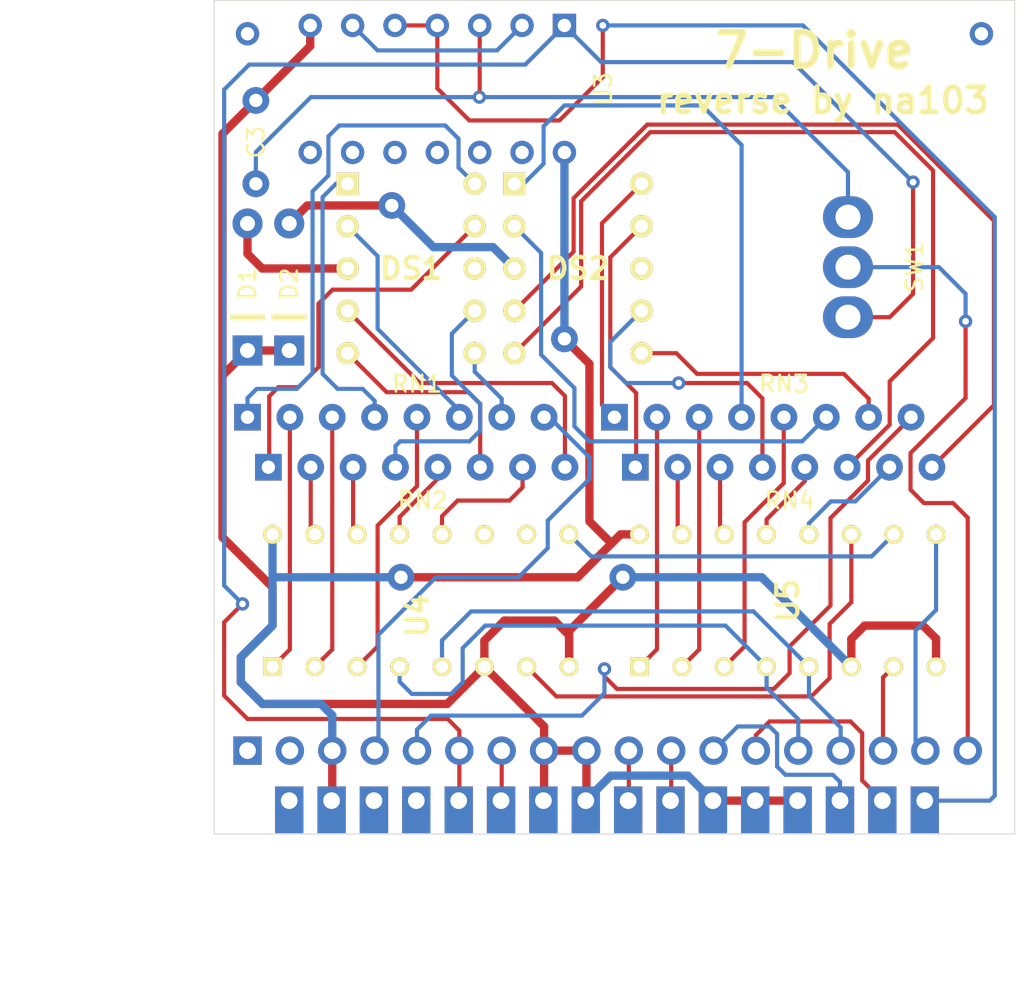
<source format=kicad_pcb>
(kicad_pcb (version 20171130) (host pcbnew "(5.1.12)-1")

  (general
    (thickness 1.6)
    (drawings 6)
    (tracks 351)
    (zones 0)
    (modules 17)
    (nets 62)
  )

  (page A4)
  (layers
    (0 F.Cu signal)
    (31 B.Cu signal)
    (32 B.Adhes user)
    (33 F.Adhes user)
    (34 B.Paste user)
    (35 F.Paste user)
    (36 B.SilkS user)
    (37 F.SilkS user)
    (38 B.Mask user)
    (39 F.Mask user)
    (40 Dwgs.User user)
    (41 Cmts.User user)
    (42 Eco1.User user)
    (43 Eco2.User user)
    (44 Edge.Cuts user)
    (45 Margin user)
    (46 B.CrtYd user)
    (47 F.CrtYd user)
    (48 B.Fab user)
    (49 F.Fab user)
  )

  (setup
    (last_trace_width 0.25)
    (user_trace_width 0.5)
    (user_trace_width 1)
    (trace_clearance 0.2)
    (zone_clearance 0.508)
    (zone_45_only no)
    (trace_min 0.2)
    (via_size 0.8)
    (via_drill 0.4)
    (via_min_size 0.4)
    (via_min_drill 0.3)
    (user_via 1.6 0.8)
    (uvia_size 0.3)
    (uvia_drill 0.1)
    (uvias_allowed no)
    (uvia_min_size 0.2)
    (uvia_min_drill 0.1)
    (edge_width 0.05)
    (segment_width 0.2)
    (pcb_text_width 0.3)
    (pcb_text_size 1.5 1.5)
    (mod_edge_width 0.12)
    (mod_text_size 1 1)
    (mod_text_width 0.15)
    (pad_size 1.524 1.524)
    (pad_drill 0.762)
    (pad_to_mask_clearance 0)
    (aux_axis_origin 0 0)
    (visible_elements 7FFFFFFF)
    (pcbplotparams
      (layerselection 0x010fc_ffffffff)
      (usegerberextensions false)
      (usegerberattributes true)
      (usegerberadvancedattributes true)
      (creategerberjobfile true)
      (excludeedgelayer true)
      (linewidth 0.100000)
      (plotframeref false)
      (viasonmask false)
      (mode 1)
      (useauxorigin false)
      (hpglpennumber 1)
      (hpglpenspeed 20)
      (hpglpendiameter 15.000000)
      (psnegative false)
      (psa4output false)
      (plotreference true)
      (plotvalue true)
      (plotinvisibletext false)
      (padsonsilk false)
      (subtractmaskfromsilk false)
      (outputformat 1)
      (mirror false)
      (drillshape 0)
      (scaleselection 1)
      (outputdirectory "gerber/"))
  )

  (net 0 "")
  (net 1 GND)
  (net 2 "Net-(C3-Pad2)")
  (net 3 "Net-(D1-Pad2)")
  (net 4 "Net-(D2-Pad2)")
  (net 5 "Net-(DS1-Pad1)")
  (net 6 "Net-(DS1-Pad2)")
  (net 7 "Net-(DS1-Pad4)")
  (net 8 "Net-(DS1-Pad5)")
  (net 9 "Net-(DS1-Pad6)")
  (net 10 "Net-(DS1-Pad7)")
  (net 11 "Net-(DS1-Pad8)")
  (net 12 "Net-(DS1-Pad9)")
  (net 13 "Net-(DS1-Pad10)")
  (net 14 "Net-(DS2-Pad10)")
  (net 15 "Net-(DS2-Pad9)")
  (net 16 "Net-(DS2-Pad8)")
  (net 17 "Net-(DS2-Pad7)")
  (net 18 "Net-(DS2-Pad6)")
  (net 19 "Net-(DS2-Pad5)")
  (net 20 "Net-(DS2-Pad4)")
  (net 21 "Net-(DS2-Pad2)")
  (net 22 "Net-(DS2-Pad1)")
  (net 23 "Net-(J5-Pad1)")
  (net 24 "Net-(J5-Pad2)")
  (net 25 5V)
  (net 26 "Net-(J5-Pad4)")
  (net 27 "Net-(J5-Pad5)")
  (net 28 "Net-(J5-Pad6)")
  (net 29 "Net-(J5-Pad7)")
  (net 30 "Net-(J5-Pad10)")
  (net 31 "Net-(J5-Pad11)")
  (net 32 "Net-(J5-Pad12)")
  (net 33 "Net-(J5-Pad13)")
  (net 34 TOGGLE_EN)
  (net 35 RESET)
  (net 36 CLK_DWN)
  (net 37 CLK_UP)
  (net 38 "Net-(J5-Pad18)")
  (net 39 "Net-(J6-Pad1)")
  (net 40 "Net-(J6-Pad3)")
  (net 41 "Net-(J6-Pad4)")
  (net 42 "Net-(J6-Pad16)")
  (net 43 A_U4)
  (net 44 G_U4)
  (net 45 F_U4)
  (net 46 E_U4)
  (net 47 D_U4)
  (net 48 C_U4)
  (net 49 B_U4)
  (net 50 A_U5)
  (net 51 G_U5)
  (net 52 F_U5)
  (net 53 E_U5)
  (net 54 D_U5)
  (net 55 C_U5)
  (net 56 B_U5)
  (net 57 "Net-(U3-Pad2)")
  (net 58 "Net-(U4-Pad7)")
  (net 59 "Net-(U4-Pad9)")
  (net 60 "Net-(U4-Pad10)")
  (net 61 "Net-(U4-Pad11)")

  (net_class Default "This is the default net class."
    (clearance 0.2)
    (trace_width 0.25)
    (via_dia 0.8)
    (via_drill 0.4)
    (uvia_dia 0.3)
    (uvia_drill 0.1)
    (add_net 5V)
    (add_net A_U4)
    (add_net A_U5)
    (add_net B_U4)
    (add_net B_U5)
    (add_net CLK_DWN)
    (add_net CLK_UP)
    (add_net C_U4)
    (add_net C_U5)
    (add_net D_U4)
    (add_net D_U5)
    (add_net E_U4)
    (add_net E_U5)
    (add_net F_U4)
    (add_net F_U5)
    (add_net GND)
    (add_net G_U4)
    (add_net G_U5)
    (add_net "Net-(C3-Pad2)")
    (add_net "Net-(D1-Pad2)")
    (add_net "Net-(D2-Pad2)")
    (add_net "Net-(DS1-Pad1)")
    (add_net "Net-(DS1-Pad10)")
    (add_net "Net-(DS1-Pad2)")
    (add_net "Net-(DS1-Pad4)")
    (add_net "Net-(DS1-Pad5)")
    (add_net "Net-(DS1-Pad6)")
    (add_net "Net-(DS1-Pad7)")
    (add_net "Net-(DS1-Pad8)")
    (add_net "Net-(DS1-Pad9)")
    (add_net "Net-(DS2-Pad1)")
    (add_net "Net-(DS2-Pad10)")
    (add_net "Net-(DS2-Pad2)")
    (add_net "Net-(DS2-Pad4)")
    (add_net "Net-(DS2-Pad5)")
    (add_net "Net-(DS2-Pad6)")
    (add_net "Net-(DS2-Pad7)")
    (add_net "Net-(DS2-Pad8)")
    (add_net "Net-(DS2-Pad9)")
    (add_net "Net-(J5-Pad1)")
    (add_net "Net-(J5-Pad10)")
    (add_net "Net-(J5-Pad11)")
    (add_net "Net-(J5-Pad12)")
    (add_net "Net-(J5-Pad13)")
    (add_net "Net-(J5-Pad18)")
    (add_net "Net-(J5-Pad2)")
    (add_net "Net-(J5-Pad4)")
    (add_net "Net-(J5-Pad5)")
    (add_net "Net-(J5-Pad6)")
    (add_net "Net-(J5-Pad7)")
    (add_net "Net-(J6-Pad1)")
    (add_net "Net-(J6-Pad16)")
    (add_net "Net-(J6-Pad3)")
    (add_net "Net-(J6-Pad4)")
    (add_net "Net-(U3-Pad2)")
    (add_net "Net-(U4-Pad10)")
    (add_net "Net-(U4-Pad11)")
    (add_net "Net-(U4-Pad7)")
    (add_net "Net-(U4-Pad9)")
    (add_net RESET)
    (add_net TOGGLE_EN)
  )

  (module MountingHole:MountingHole_2.2mm_M2_DIN965_Pad (layer F.Cu) (tedit 6489CABC) (tstamp 648A0276)
    (at 160 76)
    (descr "Mounting Hole 2.2mm, M2, DIN965")
    (tags "mounting hole 2.2mm m2 din965")
    (attr virtual)
    (fp_text reference REF** (at 0 -2.9) (layer F.SilkS) hide
      (effects (font (size 1 1) (thickness 0.15)))
    )
    (fp_text value MountingHole_2.2mm_M2_DIN965_Pad (at 0 2.9) (layer F.Fab) hide
      (effects (font (size 1 1) (thickness 0.15)))
    )
    (fp_text user %R (at 0.3 0) (layer F.Fab)
      (effects (font (size 1 1) (thickness 0.15)))
    )
    (pad 1 thru_hole circle (at 0 0) (size 1.4 1.4) (drill 0.8) (layers *.Cu *.Mask))
  )

  (module MountingHole:MountingHole_2.2mm_M2_DIN965_Pad (layer F.Cu) (tedit 6489C9F8) (tstamp 648A001F)
    (at 115.5 75.5)
    (descr "Mounting Hole 2.2mm, M2, DIN965")
    (tags "mounting hole 2.2mm m2 din965")
    (attr virtual)
    (fp_text reference REF** (at 0 -2.9) (layer F.SilkS) hide
      (effects (font (size 1 1) (thickness 0.15)))
    )
    (fp_text value MountingHole_2.2mm_M2_DIN965_Pad (at 0 2.9) (layer F.Fab)
      (effects (font (size 1 1) (thickness 0.15)))
    )
    (fp_text user %R (at 0.3 0) (layer F.Fab)
      (effects (font (size 1 1) (thickness 0.15)))
    )
    (pad 1 thru_hole circle (at 0.5 0.5) (size 1.4 1.4) (drill 0.8) (layers *.Cu *.Mask))
  )

  (module Connector_PinHeader_2.54mm:PinHeader_1x16_P2.54mm_Horizontal (layer B.Cu) (tedit 6489C43C) (tstamp 6488BE95)
    (at 118.5 122 270)
    (descr "Through hole angled pin header, 1x16, 2.54mm pitch, 6mm pin length, single row")
    (tags "Through hole angled pin header THT 1x16 2.54mm single row")
    (path /64D3B693)
    (fp_text reference J6 (at 4.385 2.27 270) (layer B.SilkS) hide
      (effects (font (size 1 1) (thickness 0.15)) (justify mirror))
    )
    (fp_text value Conn_01x16_Male (at 4.385 -40.37 270) (layer B.Fab)
      (effects (font (size 1 1) (thickness 0.15)) (justify mirror))
    )
    (fp_line (start -0.32 0.32) (end -0.32 -0.32) (layer B.Fab) (width 0.1))
    (fp_line (start -0.32 -2.22) (end -0.32 -2.86) (layer B.Fab) (width 0.1))
    (fp_line (start -0.32 -4.76) (end -0.32 -5.4) (layer B.Fab) (width 0.1))
    (fp_line (start -0.32 -7.3) (end -0.32 -7.94) (layer B.Fab) (width 0.1))
    (fp_line (start -0.32 -9.84) (end -0.32 -10.48) (layer B.Fab) (width 0.1))
    (fp_line (start -0.32 -12.38) (end -0.32 -13.02) (layer B.Fab) (width 0.1))
    (fp_line (start -0.32 -14.92) (end -0.32 -15.56) (layer B.Fab) (width 0.1))
    (fp_line (start -0.32 -17.46) (end -0.32 -18.1) (layer B.Fab) (width 0.1))
    (fp_line (start -0.32 -20) (end -0.32 -20.64) (layer B.Fab) (width 0.1))
    (fp_line (start -0.32 -22.54) (end -0.32 -23.18) (layer B.Fab) (width 0.1))
    (fp_line (start -0.32 -25.08) (end -0.32 -25.72) (layer B.Fab) (width 0.1))
    (fp_line (start -0.32 -27.62) (end -0.32 -28.26) (layer B.Fab) (width 0.1))
    (fp_line (start -0.32 -30.16) (end -0.32 -30.8) (layer B.Fab) (width 0.1))
    (fp_line (start -0.32 -32.7) (end -0.32 -33.34) (layer B.Fab) (width 0.1))
    (fp_line (start -0.32 -35.24) (end -0.32 -35.88) (layer B.Fab) (width 0.1))
    (fp_line (start -0.32 -37.78) (end -0.32 -38.42) (layer B.Fab) (width 0.1))
    (pad 1 thru_hole rect (at 0 0 270) (size 2.8 1.7) (drill 1 (offset 0.55 0)) (layers *.Cu *.Mask)
      (net 39 "Net-(J6-Pad1)"))
    (pad 2 thru_hole rect (at 0 -2.54 270) (size 2.8 1.7) (drill 1 (offset 0.55 0)) (layers *.Cu *.Mask)
      (net 25 5V))
    (pad 3 thru_hole rect (at 0 -5.08 270) (size 2.8 1.7) (drill 1 (offset 0.55 0)) (layers *.Cu *.Mask)
      (net 40 "Net-(J6-Pad3)"))
    (pad 4 thru_hole rect (at 0 -7.62 270) (size 2.8 1.7) (drill 1 (offset 0.55 0)) (layers *.Cu *.Mask)
      (net 41 "Net-(J6-Pad4)"))
    (pad 5 thru_hole rect (at 0 -10.16 270) (size 2.8 1.7) (drill 1 (offset 0.55 0)) (layers *.Cu *.Mask)
      (net 28 "Net-(J5-Pad6)"))
    (pad 6 thru_hole rect (at 0 -12.7 270) (size 2.8 1.7) (drill 1 (offset 0.55 0)) (layers *.Cu *.Mask)
      (net 29 "Net-(J5-Pad7)"))
    (pad 7 thru_hole rect (at 0 -15.24 270) (size 2.8 1.7) (drill 1 (offset 0.55 0)) (layers *.Cu *.Mask)
      (net 1 GND))
    (pad 8 thru_hole rect (at 0 -17.78 270) (size 2.8 1.7) (drill 1 (offset 0.55 0)) (layers *.Cu *.Mask)
      (net 1 GND))
    (pad 9 thru_hole rect (at 0 -20.32 270) (size 2.8 1.7) (drill 1 (offset 0.55 0)) (layers *.Cu *.Mask)
      (net 30 "Net-(J5-Pad10)"))
    (pad 10 thru_hole rect (at 0 -22.86 270) (size 2.8 1.7) (drill 1 (offset 0.55 0)) (layers *.Cu *.Mask)
      (net 31 "Net-(J5-Pad11)"))
    (pad 11 thru_hole rect (at 0 -25.4 270) (size 2.8 1.7) (drill 1 (offset 0.55 0)) (layers *.Cu *.Mask)
      (net 1 GND))
    (pad 12 thru_hole rect (at 0 -27.94 270) (size 2.8 1.7) (drill 1 (offset 0.55 0)) (layers *.Cu *.Mask)
      (net 1 GND))
    (pad 13 thru_hole rect (at 0 -30.48 270) (size 2.8 1.7) (drill 1 (offset 0.55 0)) (layers *.Cu *.Mask)
      (net 1 GND))
    (pad 14 thru_hole rect (at 0 -33.02 270) (size 2.8 1.7) (drill 1 (offset 0.55 0)) (layers *.Cu *.Mask)
      (net 32 "Net-(J5-Pad12)"))
    (pad 15 thru_hole rect (at 0 -35.56 270) (size 2.8 1.7) (drill 1 (offset 0.55 0)) (layers *.Cu *.Mask)
      (net 33 "Net-(J5-Pad13)"))
    (pad 16 thru_hole rect (at 0 -38.1 270) (size 2.8 1.7) (drill 1 (offset 0.55 0)) (layers *.Cu *.Mask)
      (net 42 "Net-(J6-Pad16)"))
    (model ${KISYS3DMOD}/Connector_PinHeader_2.54mm.3dshapes/PinHeader_1x16_P2.54mm_Horizontal.wrl
      (at (xyz 0 0 0))
      (scale (xyz 1 1 1))
      (rotate (xyz 0 0 0))
    )
  )

  (module Connector_PinHeader_2.54mm:PinHeader_1x18_P2.54mm_Vertical (layer F.Cu) (tedit 648893E0) (tstamp 6488BDAC)
    (at 116 119 90)
    (descr "Through hole straight pin header, 1x18, 2.54mm pitch, single row")
    (tags "Through hole pin header THT 1x18 2.54mm single row")
    (path /648511B3)
    (fp_text reference J5 (at 0 -2.33 90) (layer F.SilkS) hide
      (effects (font (size 1 1) (thickness 0.15)))
    )
    (fp_text value Conn_01x18_Male (at 0 45.51 90) (layer F.Fab)
      (effects (font (size 1 1) (thickness 0.15)))
    )
    (fp_line (start -0.635 -1.27) (end 1.27 -1.27) (layer F.Fab) (width 0.1))
    (fp_line (start 1.27 -1.27) (end 1.27 44.45) (layer F.Fab) (width 0.1))
    (fp_line (start 1.27 44.45) (end -1.27 44.45) (layer F.Fab) (width 0.1))
    (fp_line (start -1.27 44.45) (end -1.27 -0.635) (layer F.Fab) (width 0.1))
    (fp_line (start -1.27 -0.635) (end -0.635 -1.27) (layer F.Fab) (width 0.1))
    (fp_line (start -1.8 -1.8) (end -1.8 44.95) (layer F.CrtYd) (width 0.05))
    (fp_line (start -1.8 44.95) (end 1.8 44.95) (layer F.CrtYd) (width 0.05))
    (fp_line (start 1.8 44.95) (end 1.8 -1.8) (layer F.CrtYd) (width 0.05))
    (fp_line (start 1.8 -1.8) (end -1.8 -1.8) (layer F.CrtYd) (width 0.05))
    (fp_text user %R (at 0 21.59 180) (layer F.Fab)
      (effects (font (size 1 1) (thickness 0.15)))
    )
    (pad 1 thru_hole rect (at 0 0 90) (size 1.7 1.7) (drill 1) (layers *.Cu *.Mask)
      (net 23 "Net-(J5-Pad1)"))
    (pad 2 thru_hole oval (at 0 2.54 90) (size 1.7 1.7) (drill 1) (layers *.Cu *.Mask)
      (net 24 "Net-(J5-Pad2)"))
    (pad 3 thru_hole oval (at 0 5.08 90) (size 1.7 1.7) (drill 1) (layers *.Cu *.Mask)
      (net 25 5V))
    (pad 4 thru_hole oval (at 0 7.62 90) (size 1.7 1.7) (drill 1) (layers *.Cu *.Mask)
      (net 26 "Net-(J5-Pad4)"))
    (pad 5 thru_hole oval (at 0 10.16 90) (size 1.7 1.7) (drill 1) (layers *.Cu *.Mask)
      (net 27 "Net-(J5-Pad5)"))
    (pad 6 thru_hole oval (at 0 12.7 90) (size 1.7 1.7) (drill 1) (layers *.Cu *.Mask)
      (net 28 "Net-(J5-Pad6)"))
    (pad 7 thru_hole oval (at 0 15.24 90) (size 1.7 1.7) (drill 1) (layers *.Cu *.Mask)
      (net 29 "Net-(J5-Pad7)"))
    (pad 8 thru_hole oval (at 0 17.78 90) (size 1.7 1.7) (drill 1) (layers *.Cu *.Mask)
      (net 1 GND))
    (pad 9 thru_hole oval (at 0 20.32 90) (size 1.7 1.7) (drill 1) (layers *.Cu *.Mask)
      (net 1 GND))
    (pad 10 thru_hole oval (at 0 22.86 90) (size 1.7 1.7) (drill 1) (layers *.Cu *.Mask)
      (net 30 "Net-(J5-Pad10)"))
    (pad 11 thru_hole oval (at 0 25.4 90) (size 1.7 1.7) (drill 1) (layers *.Cu *.Mask)
      (net 31 "Net-(J5-Pad11)"))
    (pad 12 thru_hole oval (at 0 27.94 90) (size 1.7 1.7) (drill 1) (layers *.Cu *.Mask)
      (net 32 "Net-(J5-Pad12)"))
    (pad 13 thru_hole oval (at 0 30.48 90) (size 1.7 1.7) (drill 1) (layers *.Cu *.Mask)
      (net 33 "Net-(J5-Pad13)"))
    (pad 14 thru_hole oval (at 0 33.02 90) (size 1.7 1.7) (drill 1) (layers *.Cu *.Mask)
      (net 34 TOGGLE_EN))
    (pad 15 thru_hole oval (at 0 35.56 90) (size 1.7 1.7) (drill 1) (layers *.Cu *.Mask)
      (net 35 RESET))
    (pad 16 thru_hole oval (at 0 38.1 90) (size 1.7 1.7) (drill 1) (layers *.Cu *.Mask)
      (net 36 CLK_DWN))
    (pad 17 thru_hole oval (at 0 40.64 90) (size 1.7 1.7) (drill 1) (layers *.Cu *.Mask)
      (net 37 CLK_UP))
    (pad 18 thru_hole oval (at 0 43.18 90) (size 1.7 1.7) (drill 1) (layers *.Cu *.Mask)
      (net 38 "Net-(J5-Pad18)"))
    (model ${KISYS3DMOD}/Connector_PinHeader_2.54mm.3dshapes/PinHeader_1x18_P2.54mm_Vertical.wrl
      (at (xyz 0 0 0))
      (scale (xyz 1 1 1))
      (rotate (xyz 0 0 0))
    )
  )

  (module SamacSys_Parts:DIP794W53P254L1930H508Q16N (layer F.Cu) (tedit 648893B8) (tstamp 6488BF70)
    (at 148.39 110 90)
    (descr PDIP-1)
    (tags "Integrated Circuit")
    (path /64846426)
    (fp_text reference U5 (at 0 0 90) (layer F.SilkS)
      (effects (font (size 1.27 1.27) (thickness 0.254)))
    )
    (fp_text value CD40110BE (at 0 0 90) (layer F.SilkS) hide
      (effects (font (size 1.27 1.27) (thickness 0.254)))
    )
    (fp_line (start -4.945 -10.095) (end 4.945 -10.095) (layer Dwgs.User) (width 0.05))
    (fp_line (start 4.945 -10.095) (end 4.945 10.095) (layer Dwgs.User) (width 0.05))
    (fp_line (start 4.945 10.095) (end -4.945 10.095) (layer Dwgs.User) (width 0.05))
    (fp_line (start -4.945 10.095) (end -4.945 -10.095) (layer Dwgs.User) (width 0.05))
    (fp_line (start -3.3 -9.845) (end 3.3 -9.845) (layer Dwgs.User) (width 0.1))
    (fp_line (start 3.3 -9.845) (end 3.3 9.845) (layer Dwgs.User) (width 0.1))
    (fp_line (start 3.3 9.845) (end -3.3 9.845) (layer Dwgs.User) (width 0.1))
    (fp_line (start -3.3 9.845) (end -3.3 -9.845) (layer Dwgs.User) (width 0.1))
    (fp_line (start -3.3 -8.575) (end -2.03 -9.845) (layer Dwgs.User) (width 0.1))
    (pad 16 thru_hole circle (at 3.97 -8.89 180) (size 1.13 1.13) (drill 0.73) (layers *.Cu *.Mask F.SilkS)
      (net 25 5V))
    (pad 15 thru_hole circle (at 3.97 -6.35 180) (size 1.13 1.13) (drill 0.73) (layers *.Cu *.Mask F.SilkS)
      (net 56 B_U5))
    (pad 14 thru_hole circle (at 3.97 -3.81 180) (size 1.13 1.13) (drill 0.73) (layers *.Cu *.Mask F.SilkS)
      (net 55 C_U5))
    (pad 13 thru_hole circle (at 3.97 -1.27 180) (size 1.13 1.13) (drill 0.73) (layers *.Cu *.Mask F.SilkS)
      (net 54 D_U5))
    (pad 12 thru_hole circle (at 3.97 1.27 180) (size 1.13 1.13) (drill 0.73) (layers *.Cu *.Mask F.SilkS)
      (net 53 E_U5))
    (pad 11 thru_hole circle (at 3.97 3.81 180) (size 1.13 1.13) (drill 0.73) (layers *.Cu *.Mask F.SilkS)
      (net 58 "Net-(U4-Pad7)"))
    (pad 10 thru_hole circle (at 3.97 6.35 180) (size 1.13 1.13) (drill 0.73) (layers *.Cu *.Mask F.SilkS)
      (net 59 "Net-(U4-Pad9)"))
    (pad 9 thru_hole circle (at 3.97 8.89 180) (size 1.13 1.13) (drill 0.73) (layers *.Cu *.Mask F.SilkS)
      (net 37 CLK_UP))
    (pad 8 thru_hole circle (at -3.97 8.89 180) (size 1.13 1.13) (drill 0.73) (layers *.Cu *.Mask F.SilkS)
      (net 1 GND))
    (pad 7 thru_hole circle (at -3.97 6.35 180) (size 1.13 1.13) (drill 0.73) (layers *.Cu *.Mask F.SilkS)
      (net 36 CLK_DWN))
    (pad 6 thru_hole circle (at -3.97 3.81 180) (size 1.13 1.13) (drill 0.73) (layers *.Cu *.Mask F.SilkS)
      (net 1 GND))
    (pad 5 thru_hole circle (at -3.97 1.27 180) (size 1.13 1.13) (drill 0.73) (layers *.Cu *.Mask F.SilkS)
      (net 35 RESET))
    (pad 4 thru_hole circle (at -3.97 -1.27 180) (size 1.13 1.13) (drill 0.73) (layers *.Cu *.Mask F.SilkS)
      (net 34 TOGGLE_EN))
    (pad 3 thru_hole circle (at -3.97 -3.81 180) (size 1.13 1.13) (drill 0.73) (layers *.Cu *.Mask F.SilkS)
      (net 52 F_U5))
    (pad 2 thru_hole circle (at -3.97 -6.35 180) (size 1.13 1.13) (drill 0.73) (layers *.Cu *.Mask F.SilkS)
      (net 51 G_U5))
    (pad 1 thru_hole rect (at -3.97 -8.89 180) (size 1.13 1.13) (drill 0.73) (layers *.Cu *.Mask F.SilkS)
      (net 50 A_U5))
  )

  (module SamacSys_Parts:DIP794W53P254L1930H508Q16N (layer F.Cu) (tedit 648893A2) (tstamp 6488EEEE)
    (at 126.39 110 90)
    (descr PDIP-1)
    (tags "Integrated Circuit")
    (path /64844B88)
    (fp_text reference U4 (at -0.9 -0.19 90) (layer F.SilkS)
      (effects (font (size 1.27 1.27) (thickness 0.254)))
    )
    (fp_text value CD40110BE (at 0 0 90) (layer F.SilkS) hide
      (effects (font (size 1.27 1.27) (thickness 0.254)))
    )
    (fp_line (start -3.3 -8.575) (end -2.03 -9.845) (layer Dwgs.User) (width 0.1))
    (fp_line (start -3.3 9.845) (end -3.3 -9.845) (layer Dwgs.User) (width 0.1))
    (fp_line (start 3.3 9.845) (end -3.3 9.845) (layer Dwgs.User) (width 0.1))
    (fp_line (start 3.3 -9.845) (end 3.3 9.845) (layer Dwgs.User) (width 0.1))
    (fp_line (start -3.3 -9.845) (end 3.3 -9.845) (layer Dwgs.User) (width 0.1))
    (fp_line (start -4.945 10.095) (end -4.945 -10.095) (layer Dwgs.User) (width 0.05))
    (fp_line (start 4.945 10.095) (end -4.945 10.095) (layer Dwgs.User) (width 0.05))
    (fp_line (start 4.945 -10.095) (end 4.945 10.095) (layer Dwgs.User) (width 0.05))
    (fp_line (start -4.945 -10.095) (end 4.945 -10.095) (layer Dwgs.User) (width 0.05))
    (pad 1 thru_hole rect (at -3.97 -8.89 180) (size 1.13 1.13) (drill 0.73) (layers *.Cu *.Mask F.SilkS)
      (net 43 A_U4))
    (pad 2 thru_hole circle (at -3.97 -6.35 180) (size 1.13 1.13) (drill 0.73) (layers *.Cu *.Mask F.SilkS)
      (net 44 G_U4))
    (pad 3 thru_hole circle (at -3.97 -3.81 180) (size 1.13 1.13) (drill 0.73) (layers *.Cu *.Mask F.SilkS)
      (net 45 F_U4))
    (pad 4 thru_hole circle (at -3.97 -1.27 180) (size 1.13 1.13) (drill 0.73) (layers *.Cu *.Mask F.SilkS)
      (net 34 TOGGLE_EN))
    (pad 5 thru_hole circle (at -3.97 1.27 180) (size 1.13 1.13) (drill 0.73) (layers *.Cu *.Mask F.SilkS)
      (net 35 RESET))
    (pad 6 thru_hole circle (at -3.97 3.81 180) (size 1.13 1.13) (drill 0.73) (layers *.Cu *.Mask F.SilkS)
      (net 1 GND))
    (pad 7 thru_hole circle (at -3.97 6.35 180) (size 1.13 1.13) (drill 0.73) (layers *.Cu *.Mask F.SilkS)
      (net 58 "Net-(U4-Pad7)"))
    (pad 8 thru_hole circle (at -3.97 8.89 180) (size 1.13 1.13) (drill 0.73) (layers *.Cu *.Mask F.SilkS)
      (net 1 GND))
    (pad 9 thru_hole circle (at 3.97 8.89 180) (size 1.13 1.13) (drill 0.73) (layers *.Cu *.Mask F.SilkS)
      (net 59 "Net-(U4-Pad9)"))
    (pad 10 thru_hole circle (at 3.97 6.35 180) (size 1.13 1.13) (drill 0.73) (layers *.Cu *.Mask F.SilkS)
      (net 60 "Net-(U4-Pad10)"))
    (pad 11 thru_hole circle (at 3.97 3.81 180) (size 1.13 1.13) (drill 0.73) (layers *.Cu *.Mask F.SilkS)
      (net 61 "Net-(U4-Pad11)"))
    (pad 12 thru_hole circle (at 3.97 1.27 180) (size 1.13 1.13) (drill 0.73) (layers *.Cu *.Mask F.SilkS)
      (net 46 E_U4))
    (pad 13 thru_hole circle (at 3.97 -1.27 180) (size 1.13 1.13) (drill 0.73) (layers *.Cu *.Mask F.SilkS)
      (net 47 D_U4))
    (pad 14 thru_hole circle (at 3.97 -3.81 180) (size 1.13 1.13) (drill 0.73) (layers *.Cu *.Mask F.SilkS)
      (net 48 C_U4))
    (pad 15 thru_hole circle (at 3.97 -6.35 180) (size 1.13 1.13) (drill 0.73) (layers *.Cu *.Mask F.SilkS)
      (net 49 B_U4))
    (pad 16 thru_hole circle (at 3.97 -8.89 180) (size 1.13 1.13) (drill 0.73) (layers *.Cu *.Mask F.SilkS)
      (net 25 5V))
  )

  (module Resistor_THT:R_Array_SIP8 (layer F.Cu) (tedit 6488937D) (tstamp 6488DBE3)
    (at 139.25 102)
    (descr "8-pin Resistor SIP pack")
    (tags R)
    (path /6483A9E9)
    (fp_text reference RN4 (at 9.25 2) (layer F.SilkS)
      (effects (font (size 1 1) (thickness 0.15)))
    )
    (fp_text value 220R (at 10.16 2.4) (layer F.Fab)
      (effects (font (size 1 1) (thickness 0.15)))
    )
    (fp_line (start 19.5 -1.65) (end -1.7 -1.65) (layer F.CrtYd) (width 0.05))
    (fp_line (start 19.5 1.65) (end 19.5 -1.65) (layer F.CrtYd) (width 0.05))
    (fp_line (start -1.7 1.65) (end 19.5 1.65) (layer F.CrtYd) (width 0.05))
    (fp_line (start -1.7 -1.65) (end -1.7 1.65) (layer F.CrtYd) (width 0.05))
    (fp_line (start 1.27 -1.25) (end 1.27 1.25) (layer F.Fab) (width 0.1))
    (fp_line (start 19.07 -1.25) (end -1.29 -1.25) (layer F.Fab) (width 0.1))
    (fp_line (start 19.07 1.25) (end 19.07 -1.25) (layer F.Fab) (width 0.1))
    (fp_line (start -1.29 1.25) (end 19.07 1.25) (layer F.Fab) (width 0.1))
    (fp_line (start -1.29 -1.25) (end -1.29 1.25) (layer F.Fab) (width 0.1))
    (fp_text user %R (at 8.89 0) (layer F.Fab)
      (effects (font (size 1 1) (thickness 0.15)))
    )
    (pad 8 thru_hole oval (at 17.78 0) (size 1.6 1.6) (drill 0.8) (layers *.Cu *.Mask)
      (net 20 "Net-(DS2-Pad4)"))
    (pad 7 thru_hole oval (at 15.24 0) (size 1.6 1.6) (drill 0.8) (layers *.Cu *.Mask)
      (net 53 E_U5))
    (pad 6 thru_hole oval (at 12.7 0) (size 1.6 1.6) (drill 0.8) (layers *.Cu *.Mask)
      (net 19 "Net-(DS2-Pad5)"))
    (pad 5 thru_hole oval (at 10.16 0) (size 1.6 1.6) (drill 0.8) (layers *.Cu *.Mask)
      (net 54 D_U5))
    (pad 4 thru_hole oval (at 7.62 0) (size 1.6 1.6) (drill 0.8) (layers *.Cu *.Mask)
      (net 17 "Net-(DS2-Pad7)"))
    (pad 3 thru_hole oval (at 5.08 0) (size 1.6 1.6) (drill 0.8) (layers *.Cu *.Mask)
      (net 55 C_U5))
    (pad 2 thru_hole oval (at 2.54 0) (size 1.6 1.6) (drill 0.8) (layers *.Cu *.Mask)
      (net 56 B_U5))
    (pad 1 thru_hole rect (at 0 0) (size 1.6 1.6) (drill 0.8) (layers *.Cu *.Mask)
      (net 15 "Net-(DS2-Pad9)"))
    (model ${KISYS3DMOD}/Resistor_THT.3dshapes/R_Array_SIP8.wrl
      (at (xyz 0 0 0))
      (scale (xyz 1 1 1))
      (rotate (xyz 0 0 0))
    )
  )

  (module Resistor_THT:R_Array_SIP8 (layer F.Cu) (tedit 64889346) (tstamp 6488DC7F)
    (at 117.25 102)
    (descr "8-pin Resistor SIP pack")
    (tags R)
    (path /64835C68)
    (fp_text reference RN2 (at 9.25 2) (layer F.SilkS)
      (effects (font (size 1 1) (thickness 0.15)))
    )
    (fp_text value 220R (at 10.16 2.4) (layer F.Fab)
      (effects (font (size 1 1) (thickness 0.15)))
    )
    (fp_line (start 19.5 -1.65) (end -1.7 -1.65) (layer F.CrtYd) (width 0.05))
    (fp_line (start 19.5 1.65) (end 19.5 -1.65) (layer F.CrtYd) (width 0.05))
    (fp_line (start -1.7 1.65) (end 19.5 1.65) (layer F.CrtYd) (width 0.05))
    (fp_line (start -1.7 -1.65) (end -1.7 1.65) (layer F.CrtYd) (width 0.05))
    (fp_line (start 1.27 -1.25) (end 1.27 1.25) (layer F.Fab) (width 0.1))
    (fp_line (start 19.07 -1.25) (end -1.29 -1.25) (layer F.Fab) (width 0.1))
    (fp_line (start 19.07 1.25) (end 19.07 -1.25) (layer F.Fab) (width 0.1))
    (fp_line (start -1.29 1.25) (end 19.07 1.25) (layer F.Fab) (width 0.1))
    (fp_line (start -1.29 -1.25) (end -1.29 1.25) (layer F.Fab) (width 0.1))
    (fp_text user %R (at 8.89 0) (layer F.Fab)
      (effects (font (size 1 1) (thickness 0.15)))
    )
    (pad 8 thru_hole oval (at 17.78 0) (size 1.6 1.6) (drill 0.8) (layers *.Cu *.Mask)
      (net 7 "Net-(DS1-Pad4)"))
    (pad 7 thru_hole oval (at 15.24 0) (size 1.6 1.6) (drill 0.8) (layers *.Cu *.Mask)
      (net 46 E_U4))
    (pad 6 thru_hole oval (at 12.7 0) (size 1.6 1.6) (drill 0.8) (layers *.Cu *.Mask)
      (net 8 "Net-(DS1-Pad5)"))
    (pad 5 thru_hole oval (at 10.16 0) (size 1.6 1.6) (drill 0.8) (layers *.Cu *.Mask)
      (net 47 D_U4))
    (pad 4 thru_hole oval (at 7.62 0) (size 1.6 1.6) (drill 0.8) (layers *.Cu *.Mask)
      (net 10 "Net-(DS1-Pad7)"))
    (pad 3 thru_hole oval (at 5.08 0) (size 1.6 1.6) (drill 0.8) (layers *.Cu *.Mask)
      (net 48 C_U4))
    (pad 2 thru_hole oval (at 2.54 0) (size 1.6 1.6) (drill 0.8) (layers *.Cu *.Mask)
      (net 49 B_U4))
    (pad 1 thru_hole rect (at 0 0) (size 1.6 1.6) (drill 0.8) (layers *.Cu *.Mask)
      (net 12 "Net-(DS1-Pad9)"))
    (model ${KISYS3DMOD}/Resistor_THT.3dshapes/R_Array_SIP8.wrl
      (at (xyz 0 0 0))
      (scale (xyz 1 1 1))
      (rotate (xyz 0 0 0))
    )
  )

  (module Resistor_THT:R_Array_SIP8 (layer F.Cu) (tedit 6488930D) (tstamp 6488DC31)
    (at 138 99)
    (descr "8-pin Resistor SIP pack")
    (tags R)
    (path /6483891B)
    (fp_text reference RN3 (at 10.16 -2) (layer F.SilkS)
      (effects (font (size 1 1) (thickness 0.15)))
    )
    (fp_text value 220R (at 10.16 2.4) (layer F.Fab)
      (effects (font (size 1 1) (thickness 0.15)))
    )
    (fp_line (start -1.29 -1.25) (end -1.29 1.25) (layer F.Fab) (width 0.1))
    (fp_line (start -1.29 1.25) (end 19.07 1.25) (layer F.Fab) (width 0.1))
    (fp_line (start 19.07 1.25) (end 19.07 -1.25) (layer F.Fab) (width 0.1))
    (fp_line (start 19.07 -1.25) (end -1.29 -1.25) (layer F.Fab) (width 0.1))
    (fp_line (start 1.27 -1.25) (end 1.27 1.25) (layer F.Fab) (width 0.1))
    (fp_line (start -1.7 -1.65) (end -1.7 1.65) (layer F.CrtYd) (width 0.05))
    (fp_line (start -1.7 1.65) (end 19.5 1.65) (layer F.CrtYd) (width 0.05))
    (fp_line (start 19.5 1.65) (end 19.5 -1.65) (layer F.CrtYd) (width 0.05))
    (fp_line (start 19.5 -1.65) (end -1.7 -1.65) (layer F.CrtYd) (width 0.05))
    (fp_text user %R (at 8.89 0) (layer F.Fab)
      (effects (font (size 1 1) (thickness 0.15)))
    )
    (pad 1 thru_hole rect (at 0 0) (size 1.6 1.6) (drill 0.8) (layers *.Cu *.Mask)
      (net 14 "Net-(DS2-Pad10)"))
    (pad 2 thru_hole oval (at 2.54 0) (size 1.6 1.6) (drill 0.8) (layers *.Cu *.Mask)
      (net 50 A_U5))
    (pad 3 thru_hole oval (at 5.08 0) (size 1.6 1.6) (drill 0.8) (layers *.Cu *.Mask)
      (net 51 G_U5))
    (pad 4 thru_hole oval (at 7.62 0) (size 1.6 1.6) (drill 0.8) (layers *.Cu *.Mask)
      (net 22 "Net-(DS2-Pad1)"))
    (pad 5 thru_hole oval (at 10.16 0) (size 1.6 1.6) (drill 0.8) (layers *.Cu *.Mask)
      (net 52 F_U5))
    (pad 6 thru_hole oval (at 12.7 0) (size 1.6 1.6) (drill 0.8) (layers *.Cu *.Mask)
      (net 21 "Net-(DS2-Pad2)"))
    (pad 7 thru_hole oval (at 15.24 0) (size 1.6 1.6) (drill 0.8) (layers *.Cu *.Mask)
      (net 18 "Net-(DS2-Pad6)"))
    (pad 8 thru_hole oval (at 17.78 0) (size 1.6 1.6) (drill 0.8) (layers *.Cu *.Mask)
      (net 27 "Net-(J5-Pad5)"))
    (model ${KISYS3DMOD}/Resistor_THT.3dshapes/R_Array_SIP8.wrl
      (at (xyz 0 0 0))
      (scale (xyz 1 1 1))
      (rotate (xyz 0 0 0))
    )
  )

  (module Resistor_THT:R_Array_SIP8 (layer F.Cu) (tedit 648892C5) (tstamp 6488DB95)
    (at 116 99)
    (descr "8-pin Resistor SIP pack")
    (tags R)
    (path /64831227)
    (fp_text reference RN1 (at 10.16 -2) (layer F.SilkS)
      (effects (font (size 1 1) (thickness 0.15)))
    )
    (fp_text value 220R (at 10.16 2.4) (layer F.Fab)
      (effects (font (size 1 1) (thickness 0.15)))
    )
    (fp_line (start -1.29 -1.25) (end -1.29 1.25) (layer F.Fab) (width 0.1))
    (fp_line (start -1.29 1.25) (end 19.07 1.25) (layer F.Fab) (width 0.1))
    (fp_line (start 19.07 1.25) (end 19.07 -1.25) (layer F.Fab) (width 0.1))
    (fp_line (start 19.07 -1.25) (end -1.29 -1.25) (layer F.Fab) (width 0.1))
    (fp_line (start 1.27 -1.25) (end 1.27 1.25) (layer F.Fab) (width 0.1))
    (fp_line (start -1.7 -1.65) (end -1.7 1.65) (layer F.CrtYd) (width 0.05))
    (fp_line (start -1.7 1.65) (end 19.5 1.65) (layer F.CrtYd) (width 0.05))
    (fp_line (start 19.5 1.65) (end 19.5 -1.65) (layer F.CrtYd) (width 0.05))
    (fp_line (start 19.5 -1.65) (end -1.7 -1.65) (layer F.CrtYd) (width 0.05))
    (fp_text user %R (at 8.89 0) (layer F.Fab)
      (effects (font (size 1 1) (thickness 0.15)))
    )
    (pad 1 thru_hole rect (at 0 0) (size 1.6 1.6) (drill 0.8) (layers *.Cu *.Mask)
      (net 13 "Net-(DS1-Pad10)"))
    (pad 2 thru_hole oval (at 2.54 0) (size 1.6 1.6) (drill 0.8) (layers *.Cu *.Mask)
      (net 43 A_U4))
    (pad 3 thru_hole oval (at 5.08 0) (size 1.6 1.6) (drill 0.8) (layers *.Cu *.Mask)
      (net 44 G_U4))
    (pad 4 thru_hole oval (at 7.62 0) (size 1.6 1.6) (drill 0.8) (layers *.Cu *.Mask)
      (net 5 "Net-(DS1-Pad1)"))
    (pad 5 thru_hole oval (at 10.16 0) (size 1.6 1.6) (drill 0.8) (layers *.Cu *.Mask)
      (net 45 F_U4))
    (pad 6 thru_hole oval (at 12.7 0) (size 1.6 1.6) (drill 0.8) (layers *.Cu *.Mask)
      (net 6 "Net-(DS1-Pad2)"))
    (pad 7 thru_hole oval (at 15.24 0) (size 1.6 1.6) (drill 0.8) (layers *.Cu *.Mask)
      (net 9 "Net-(DS1-Pad6)"))
    (pad 8 thru_hole oval (at 17.78 0) (size 1.6 1.6) (drill 0.8) (layers *.Cu *.Mask)
      (net 26 "Net-(J5-Pad4)"))
    (model ${KISYS3DMOD}/Resistor_THT.3dshapes/R_Array_SIP8.wrl
      (at (xyz 0 0 0))
      (scale (xyz 1 1 1))
      (rotate (xyz 0 0 0))
    )
  )

  (module Diode_THT:D_A-405_P7.62mm_Horizontal (layer F.Cu) (tedit 6488929E) (tstamp 6488E532)
    (at 118.5 95 90)
    (descr "Diode, A-405 series, Axial, Horizontal, pin pitch=7.62mm, , length*diameter=5.2*2.7mm^2, , http://www.diodes.com/_files/packages/A-405.pdf")
    (tags "Diode A-405 series Axial Horizontal pin pitch 7.62mm  length 5.2mm diameter 2.7mm")
    (path /6482D160)
    (fp_text reference D2 (at 4 0 90) (layer F.SilkS)
      (effects (font (size 1 1) (thickness 0.15)))
    )
    (fp_text value 1N4148 (at 3.81 2.47 90) (layer F.Fab)
      (effects (font (size 1 1) (thickness 0.15)))
    )
    (fp_line (start 1.21 -1.35) (end 1.21 1.35) (layer F.Fab) (width 0.1))
    (fp_line (start 1.21 1.35) (end 6.41 1.35) (layer F.Fab) (width 0.1))
    (fp_line (start 6.41 1.35) (end 6.41 -1.35) (layer F.Fab) (width 0.1))
    (fp_line (start 6.41 -1.35) (end 1.21 -1.35) (layer F.Fab) (width 0.1))
    (fp_line (start 0 0) (end 1.21 0) (layer F.Fab) (width 0.1))
    (fp_line (start 7.62 0) (end 6.41 0) (layer F.Fab) (width 0.1))
    (fp_line (start 1.99 -1.35) (end 1.99 1.35) (layer F.Fab) (width 0.1))
    (fp_line (start 2.09 -1.35) (end 2.09 1.35) (layer F.Fab) (width 0.1))
    (fp_line (start 1.89 -1.35) (end 1.89 1.35) (layer F.Fab) (width 0.1))
    (fp_line (start 1.99 -1) (end 1.99 1) (layer F.SilkS) (width 0.12))
    (fp_line (start 2.11 -1) (end 2.11 1) (layer F.SilkS) (width 0.12))
    (fp_line (start 1.87 -1) (end 1.87 1) (layer F.SilkS) (width 0.12))
    (fp_line (start -1.15 -1.6) (end -1.15 1.6) (layer F.CrtYd) (width 0.05))
    (fp_line (start -1.15 1.6) (end 8.77 1.6) (layer F.CrtYd) (width 0.05))
    (fp_line (start 8.77 1.6) (end 8.77 -1.6) (layer F.CrtYd) (width 0.05))
    (fp_line (start 8.77 -1.6) (end -1.15 -1.6) (layer F.CrtYd) (width 0.05))
    (fp_text user %R (at 4.2 0 90) (layer F.Fab)
      (effects (font (size 1 1) (thickness 0.15)))
    )
    (pad 1 thru_hole rect (at 0 0 90) (size 1.8 1.8) (drill 0.9) (layers *.Cu *.Mask)
      (net 1 GND))
    (pad 2 thru_hole oval (at 7.62 0 90) (size 1.8 1.8) (drill 0.9) (layers *.Cu *.Mask)
      (net 4 "Net-(D2-Pad2)"))
    (model ${KISYS3DMOD}/Diode_THT.3dshapes/D_A-405_P7.62mm_Horizontal.wrl
      (at (xyz 0 0 0))
      (scale (xyz 1 1 1))
      (rotate (xyz 0 0 0))
    )
  )

  (module Diode_THT:D_A-405_P7.62mm_Horizontal (layer F.Cu) (tedit 6488927E) (tstamp 6488BD29)
    (at 116 95 90)
    (descr "Diode, A-405 series, Axial, Horizontal, pin pitch=7.62mm, , length*diameter=5.2*2.7mm^2, , http://www.diodes.com/_files/packages/A-405.pdf")
    (tags "Diode A-405 series Axial Horizontal pin pitch 7.62mm  length 5.2mm diameter 2.7mm")
    (path /6482D66D)
    (fp_text reference D1 (at 4 0 90) (layer F.SilkS)
      (effects (font (size 1 1) (thickness 0.15)))
    )
    (fp_text value 1N4148 (at 3.81 2.47 90) (layer F.Fab)
      (effects (font (size 1 1) (thickness 0.15)))
    )
    (fp_line (start 8.77 -1.6) (end -1.15 -1.6) (layer F.CrtYd) (width 0.05))
    (fp_line (start 8.77 1.6) (end 8.77 -1.6) (layer F.CrtYd) (width 0.05))
    (fp_line (start -1.15 1.6) (end 8.77 1.6) (layer F.CrtYd) (width 0.05))
    (fp_line (start -1.15 -1.6) (end -1.15 1.6) (layer F.CrtYd) (width 0.05))
    (fp_line (start 1.87 -1) (end 1.87 1) (layer F.SilkS) (width 0.12))
    (fp_line (start 2.11 -1) (end 2.11 1) (layer F.SilkS) (width 0.12))
    (fp_line (start 1.99 -1) (end 1.99 1) (layer F.SilkS) (width 0.12))
    (fp_line (start 1.89 -1.35) (end 1.89 1.35) (layer F.Fab) (width 0.1))
    (fp_line (start 2.09 -1.35) (end 2.09 1.35) (layer F.Fab) (width 0.1))
    (fp_line (start 1.99 -1.35) (end 1.99 1.35) (layer F.Fab) (width 0.1))
    (fp_line (start 7.62 0) (end 6.41 0) (layer F.Fab) (width 0.1))
    (fp_line (start 0 0) (end 1.21 0) (layer F.Fab) (width 0.1))
    (fp_line (start 6.41 -1.35) (end 1.21 -1.35) (layer F.Fab) (width 0.1))
    (fp_line (start 6.41 1.35) (end 6.41 -1.35) (layer F.Fab) (width 0.1))
    (fp_line (start 1.21 1.35) (end 6.41 1.35) (layer F.Fab) (width 0.1))
    (fp_line (start 1.21 -1.35) (end 1.21 1.35) (layer F.Fab) (width 0.1))
    (fp_text user %R (at 4.2 0 90) (layer F.Fab)
      (effects (font (size 1 1) (thickness 0.15)))
    )
    (pad 2 thru_hole oval (at 7.62 0 90) (size 1.8 1.8) (drill 0.9) (layers *.Cu *.Mask)
      (net 3 "Net-(D1-Pad2)"))
    (pad 1 thru_hole rect (at 0 0 90) (size 1.8 1.8) (drill 0.9) (layers *.Cu *.Mask)
      (net 1 GND))
    (model ${KISYS3DMOD}/Diode_THT.3dshapes/D_A-405_P7.62mm_Horizontal.wrl
      (at (xyz 0 0 0))
      (scale (xyz 1 1 1))
      (rotate (xyz 0 0 0))
    )
  )

  (module Capacitor_THT:C_Disc_D6.0mm_W2.5mm_P5.00mm (layer F.Cu) (tedit 6488921B) (tstamp 6488BD0A)
    (at 116.5 80 270)
    (descr "C, Disc series, Radial, pin pitch=5.00mm, , diameter*width=6*2.5mm^2, Capacitor, http://cdn-reichelt.de/documents/datenblatt/B300/DS_KERKO_TC.pdf")
    (tags "C Disc series Radial pin pitch 5.00mm  diameter 6mm width 2.5mm Capacitor")
    (path /6482E3D4)
    (fp_text reference C3 (at 2.5 0 270) (layer F.SilkS)
      (effects (font (size 1 1) (thickness 0.15)))
    )
    (fp_text value "100 nF" (at 2.5 2.5 270) (layer F.Fab)
      (effects (font (size 1 1) (thickness 0.15)))
    )
    (fp_line (start -0.5 -1.25) (end -0.5 1.25) (layer F.Fab) (width 0.1))
    (fp_line (start -0.5 1.25) (end 5.5 1.25) (layer F.Fab) (width 0.1))
    (fp_line (start 5.5 1.25) (end 5.5 -1.25) (layer F.Fab) (width 0.1))
    (fp_line (start 5.5 -1.25) (end -0.5 -1.25) (layer F.Fab) (width 0.1))
    (fp_line (start -1.05 -1.5) (end -1.05 1.5) (layer F.CrtYd) (width 0.05))
    (fp_line (start -1.05 1.5) (end 6.05 1.5) (layer F.CrtYd) (width 0.05))
    (fp_line (start 6.05 1.5) (end 6.05 -1.5) (layer F.CrtYd) (width 0.05))
    (fp_line (start 6.05 -1.5) (end -1.05 -1.5) (layer F.CrtYd) (width 0.05))
    (fp_text user %R (at 2.5 0 270) (layer F.Fab)
      (effects (font (size 1 1) (thickness 0.15)))
    )
    (pad 1 thru_hole circle (at 0 0 270) (size 1.6 1.6) (drill 0.8) (layers *.Cu *.Mask)
      (net 1 GND))
    (pad 2 thru_hole circle (at 5 0 270) (size 1.6 1.6) (drill 0.8) (layers *.Cu *.Mask)
      (net 2 "Net-(C3-Pad2)"))
    (model ${KISYS3DMOD}/Capacitor_THT.3dshapes/C_Disc_D6.0mm_W2.5mm_P5.00mm.wrl
      (at (xyz 0 0 0))
      (scale (xyz 1 1 1))
      (rotate (xyz 0 0 0))
    )
  )

  (module SamacSys_Parts:TDSO3160L (layer F.Cu) (tedit 648891F2) (tstamp 6488BD86)
    (at 132 85)
    (descr TDSO3160-L-3)
    (tags Display)
    (path /6485F87F)
    (fp_text reference DS2 (at 3.81 5.08) (layer F.SilkS)
      (effects (font (size 1.27 1.27) (thickness 0.254)))
    )
    (fp_text value TDSO3160-L (at 3.81 5.08) (layer F.SilkS) hide
      (effects (font (size 1.27 1.27) (thickness 0.254)))
    )
    (fp_line (start -0.915 -1.22) (end 8.535 -1.22) (layer Dwgs.User) (width 0.1))
    (fp_line (start 8.535 -1.22) (end 8.535 11.38) (layer Dwgs.User) (width 0.1))
    (fp_line (start -0.915 11.38) (end -0.915 -1.22) (layer Dwgs.User) (width 0.1))
    (fp_line (start -1.915 -2.22) (end 9.535 -2.22) (layer Dwgs.User) (width 0.1))
    (fp_line (start 9.535 -2.22) (end 9.535 12.38) (layer Dwgs.User) (width 0.1))
    (fp_line (start 9.535 12.38) (end -1.915 12.38) (layer Dwgs.User) (width 0.1))
    (fp_line (start -1.915 12.38) (end -1.915 -2.22) (layer Dwgs.User) (width 0.1))
    (pad 10 thru_hole circle (at 7.62 0 90) (size 1.337 1.337) (drill 0.78) (layers *.Cu *.Mask F.SilkS)
      (net 14 "Net-(DS2-Pad10)"))
    (pad 9 thru_hole circle (at 7.62 2.54 90) (size 1.337 1.337) (drill 0.78) (layers *.Cu *.Mask F.SilkS)
      (net 15 "Net-(DS2-Pad9)"))
    (pad 8 thru_hole circle (at 7.62 5.08 90) (size 1.337 1.337) (drill 0.78) (layers *.Cu *.Mask F.SilkS)
      (net 16 "Net-(DS2-Pad8)"))
    (pad 7 thru_hole circle (at 7.62 7.62 90) (size 1.337 1.337) (drill 0.78) (layers *.Cu *.Mask F.SilkS)
      (net 17 "Net-(DS2-Pad7)"))
    (pad 6 thru_hole circle (at 7.62 10.16 90) (size 1.337 1.337) (drill 0.78) (layers *.Cu *.Mask F.SilkS)
      (net 18 "Net-(DS2-Pad6)"))
    (pad 5 thru_hole circle (at 0 10.16 90) (size 1.337 1.337) (drill 0.78) (layers *.Cu *.Mask F.SilkS)
      (net 19 "Net-(DS2-Pad5)"))
    (pad 4 thru_hole circle (at 0 7.62 90) (size 1.337 1.337) (drill 0.78) (layers *.Cu *.Mask F.SilkS)
      (net 20 "Net-(DS2-Pad4)"))
    (pad 3 thru_hole circle (at 0 5.08 90) (size 1.337 1.337) (drill 0.78) (layers *.Cu *.Mask F.SilkS)
      (net 4 "Net-(D2-Pad2)"))
    (pad 2 thru_hole circle (at 0 2.54 90) (size 1.337 1.337) (drill 0.78) (layers *.Cu *.Mask F.SilkS)
      (net 21 "Net-(DS2-Pad2)"))
    (pad 1 thru_hole rect (at 0 0 90) (size 1.337 1.337) (drill 0.78) (layers *.Cu *.Mask F.SilkS)
      (net 22 "Net-(DS2-Pad1)"))
  )

  (module SamacSys_Parts:TDSO3160L (layer F.Cu) (tedit 648891BA) (tstamp 6488BD67)
    (at 122 85)
    (descr TDSO3160-L-3)
    (tags Display)
    (path /6485E208)
    (fp_text reference DS1 (at 3.81 5.08) (layer F.SilkS)
      (effects (font (size 1.27 1.27) (thickness 0.254)))
    )
    (fp_text value TDSO3160-L (at 3.81 5.08) (layer F.SilkS) hide
      (effects (font (size 1.27 1.27) (thickness 0.254)))
    )
    (fp_line (start -1.915 12.38) (end -1.915 -2.22) (layer Dwgs.User) (width 0.1))
    (fp_line (start 9.535 12.38) (end -1.915 12.38) (layer Dwgs.User) (width 0.1))
    (fp_line (start 9.535 -2.22) (end 9.535 12.38) (layer Dwgs.User) (width 0.1))
    (fp_line (start -1.915 -2.22) (end 9.535 -2.22) (layer Dwgs.User) (width 0.1))
    (fp_line (start -0.915 11.38) (end -0.915 -1.22) (layer Dwgs.User) (width 0.1))
    (fp_line (start 8.535 11.38) (end -0.915 11.38) (layer Dwgs.User) (width 0.1))
    (fp_line (start 8.535 -1.22) (end 8.535 11.38) (layer Dwgs.User) (width 0.1))
    (fp_line (start -0.915 -1.22) (end 8.535 -1.22) (layer Dwgs.User) (width 0.1))
    (pad 1 thru_hole rect (at 0 0 90) (size 1.337 1.337) (drill 0.78) (layers *.Cu *.Mask F.SilkS)
      (net 5 "Net-(DS1-Pad1)"))
    (pad 2 thru_hole circle (at 0 2.54 90) (size 1.337 1.337) (drill 0.78) (layers *.Cu *.Mask F.SilkS)
      (net 6 "Net-(DS1-Pad2)"))
    (pad 3 thru_hole circle (at 0 5.08 90) (size 1.337 1.337) (drill 0.78) (layers *.Cu *.Mask F.SilkS)
      (net 3 "Net-(D1-Pad2)"))
    (pad 4 thru_hole circle (at 0 7.62 90) (size 1.337 1.337) (drill 0.78) (layers *.Cu *.Mask F.SilkS)
      (net 7 "Net-(DS1-Pad4)"))
    (pad 5 thru_hole circle (at 0 10.16 90) (size 1.337 1.337) (drill 0.78) (layers *.Cu *.Mask F.SilkS)
      (net 8 "Net-(DS1-Pad5)"))
    (pad 6 thru_hole circle (at 7.62 10.16 90) (size 1.337 1.337) (drill 0.78) (layers *.Cu *.Mask F.SilkS)
      (net 9 "Net-(DS1-Pad6)"))
    (pad 7 thru_hole circle (at 7.62 7.62 90) (size 1.337 1.337) (drill 0.78) (layers *.Cu *.Mask F.SilkS)
      (net 10 "Net-(DS1-Pad7)"))
    (pad 8 thru_hole circle (at 7.62 5.08 90) (size 1.337 1.337) (drill 0.78) (layers *.Cu *.Mask F.SilkS)
      (net 11 "Net-(DS1-Pad8)"))
    (pad 9 thru_hole circle (at 7.62 2.54 90) (size 1.337 1.337) (drill 0.78) (layers *.Cu *.Mask F.SilkS)
      (net 12 "Net-(DS1-Pad9)"))
    (pad 10 thru_hole circle (at 7.62 0 90) (size 1.337 1.337) (drill 0.78) (layers *.Cu *.Mask F.SilkS)
      (net 13 "Net-(DS1-Pad10)"))
  )

  (module Package_DIP:DIP-14_W7.62mm (layer F.Cu) (tedit 64889184) (tstamp 6488BF32)
    (at 135 75.5 270)
    (descr "14-lead though-hole mounted DIP package, row spacing 7.62 mm (300 mils)")
    (tags "THT DIP DIL PDIP 2.54mm 7.62mm 300mil")
    (path /6483C25F)
    (fp_text reference U3 (at 3.81 -2.33 270) (layer F.SilkS)
      (effects (font (size 1 1) (thickness 0.15)))
    )
    (fp_text value 74LS00 (at 3.81 17.57 270) (layer F.Fab)
      (effects (font (size 1 1) (thickness 0.15)))
    )
    (fp_line (start 8.7 -1.55) (end -1.1 -1.55) (layer F.CrtYd) (width 0.05))
    (fp_line (start 8.7 16.8) (end 8.7 -1.55) (layer F.CrtYd) (width 0.05))
    (fp_line (start -1.1 16.8) (end 8.7 16.8) (layer F.CrtYd) (width 0.05))
    (fp_line (start -1.1 -1.55) (end -1.1 16.8) (layer F.CrtYd) (width 0.05))
    (fp_line (start 0.635 -0.27) (end 1.635 -1.27) (layer F.Fab) (width 0.1))
    (fp_line (start 0.635 16.51) (end 0.635 -0.27) (layer F.Fab) (width 0.1))
    (fp_line (start 6.985 16.51) (end 0.635 16.51) (layer F.Fab) (width 0.1))
    (fp_line (start 6.985 -1.27) (end 6.985 16.51) (layer F.Fab) (width 0.1))
    (fp_line (start 1.635 -1.27) (end 6.985 -1.27) (layer F.Fab) (width 0.1))
    (fp_text user %R (at 3.81 7.62 270) (layer F.Fab)
      (effects (font (size 1 1) (thickness 0.15)))
    )
    (pad 1 thru_hole rect (at 0 0 270) (size 1.4 1.4) (drill 0.8) (layers *.Cu *.Mask)
      (net 28 "Net-(J5-Pad6)"))
    (pad 8 thru_hole oval (at 7.62 15.24 270) (size 1.4 1.4) (drill 0.8) (layers *.Cu *.Mask))
    (pad 2 thru_hole oval (at 0 2.54 270) (size 1.4 1.4) (drill 0.8) (layers *.Cu *.Mask)
      (net 57 "Net-(U3-Pad2)"))
    (pad 9 thru_hole oval (at 7.62 12.7 270) (size 1.4 1.4) (drill 0.8) (layers *.Cu *.Mask))
    (pad 3 thru_hole oval (at 0 5.08 270) (size 1.4 1.4) (drill 0.8) (layers *.Cu *.Mask)
      (net 2 "Net-(C3-Pad2)"))
    (pad 10 thru_hole oval (at 7.62 10.16 270) (size 1.4 1.4) (drill 0.8) (layers *.Cu *.Mask))
    (pad 4 thru_hole oval (at 0 7.62 270) (size 1.4 1.4) (drill 0.8) (layers *.Cu *.Mask)
      (net 42 "Net-(J6-Pad16)"))
    (pad 11 thru_hole oval (at 7.62 7.62 270) (size 1.4 1.4) (drill 0.8) (layers *.Cu *.Mask))
    (pad 5 thru_hole oval (at 0 10.16 270) (size 1.4 1.4) (drill 0.8) (layers *.Cu *.Mask)
      (net 42 "Net-(J6-Pad16)"))
    (pad 12 thru_hole oval (at 7.62 5.08 270) (size 1.4 1.4) (drill 0.8) (layers *.Cu *.Mask))
    (pad 6 thru_hole oval (at 0 12.7 270) (size 1.4 1.4) (drill 0.8) (layers *.Cu *.Mask)
      (net 57 "Net-(U3-Pad2)"))
    (pad 13 thru_hole oval (at 7.62 2.54 270) (size 1.4 1.4) (drill 0.8) (layers *.Cu *.Mask))
    (pad 7 thru_hole oval (at 0 15.24 270) (size 1.4 1.4) (drill 0.8) (layers *.Cu *.Mask)
      (net 1 GND))
    (pad 14 thru_hole oval (at 7.62 0 270) (size 1.4 1.4) (drill 0.8) (layers *.Cu *.Mask)
      (net 25 5V))
    (model ${KISYS3DMOD}/Package_DIP.3dshapes/DIP-14_W7.62mm.wrl
      (at (xyz 0 0 0))
      (scale (xyz 1 1 1))
      (rotate (xyz 0 0 0))
    )
  )

  (module Button_Switch_THT:SW_Slide_1P2T_SPDT (layer F.Cu) (tedit 648885A2) (tstamp 6488BF10)
    (at 152 88 270)
    (descr "CuK miniature slide switch, OS series, SPDT, https://www.ckswitches.com/media/1428/os.pdf")
    (tags "switch SPDT")
    (path /64881DF1)
    (fp_text reference SW1 (at 2 -4 90) (layer F.SilkS)
      (effects (font (size 1 1) (thickness 0.15)))
    )
    (fp_text value SW_SPDT (at 2 4 90) (layer F.Fab)
      (effects (font (size 1 1) (thickness 0.15)))
    )
    (fp_line (start 5 -1) (end 5 1) (layer F.Fab) (width 0.1))
    (fp_line (start 1.66 -1) (end 1.66 1) (layer F.Fab) (width 0.1))
    (fp_line (start 2.34 -1) (end 2.34 1) (layer F.Fab) (width 0.1))
    (fp_line (start 3 -1) (end 3 1) (layer F.Fab) (width 0.1))
    (fp_line (start -3.45 -2.4) (end 7.45 -2.4) (layer B.CrtYd) (width 0.05))
    (fp_line (start 7.45 -2.4) (end 7.45 2.4) (layer B.CrtYd) (width 0.05))
    (fp_line (start 7.45 2.4) (end -3.45 2.4) (layer B.CrtYd) (width 0.05))
    (fp_line (start -3.45 2.4) (end -3.45 -2.4) (layer B.CrtYd) (width 0.05))
    (pad 1 thru_hole oval (at -1 0 270) (size 2.5 3) (drill 1.5) (layers *.Cu *.Mask)
      (net 2 "Net-(C3-Pad2)"))
    (pad 2 thru_hole oval (at 2 0 270) (size 2.5 3) (drill 1.5) (layers *.Cu *.Mask)
      (net 38 "Net-(J5-Pad18)"))
    (pad 3 thru_hole oval (at 5 0 270) (size 2.5 3) (drill 1.5) (layers *.Cu *.Mask)
      (net 28 "Net-(J5-Pad6)"))
    (model ${KISYS3DMOD}/Button_Switch_THT.3dshapes/SW_Slide_1P2T_CK_OS102011MS2Q.wrl
      (at (xyz 0 0 0))
      (scale (xyz 1 1 1))
      (rotate (xyz 0 0 0))
    )
  )

  (gr_text "reverse by na103" (at 150.5 80) (layer F.SilkS)
    (effects (font (size 1.5 1.5) (thickness 0.3)))
  )
  (gr_text 7-Drive (at 150 77) (layer F.SilkS)
    (effects (font (size 2 2) (thickness 0.4)))
  )
  (gr_line (start 114 124) (end 114 74) (layer Edge.Cuts) (width 0.05) (tstamp 6488B819))
  (gr_line (start 162 124) (end 114 124) (layer Edge.Cuts) (width 0.05))
  (gr_line (start 162 74) (end 162 124) (layer Edge.Cuts) (width 0.05) (tstamp 6488DB79))
  (gr_line (start 114 74) (end 162 74) (layer Edge.Cuts) (width 0.05))

  (segment (start 136.32 121.96) (end 136.28 122) (width 0.5) (layer F.Cu) (net 1))
  (segment (start 136.32 119) (end 136.32 121.96) (width 0.5) (layer F.Cu) (net 1))
  (segment (start 136.32 119) (end 133.78 119) (width 0.5) (layer F.Cu) (net 1))
  (segment (start 133.78 121.96) (end 133.74 122) (width 0.5) (layer F.Cu) (net 1))
  (segment (start 133.78 119) (end 133.78 121.96) (width 0.5) (layer F.Cu) (net 1))
  (segment (start 133.78 117.55) (end 130.2 113.97) (width 0.5) (layer F.Cu) (net 1))
  (segment (start 133.78 119) (end 133.78 117.55) (width 0.5) (layer F.Cu) (net 1))
  (segment (start 157.28 112.28) (end 157.28 113.97) (width 0.5) (layer F.Cu) (net 1))
  (segment (start 156.5 111.5) (end 157.28 112.28) (width 0.5) (layer F.Cu) (net 1))
  (segment (start 153 111.5) (end 156.5 111.5) (width 0.5) (layer F.Cu) (net 1))
  (segment (start 152.2 112.3) (end 153 111.5) (width 0.5) (layer F.Cu) (net 1))
  (segment (start 152.2 113.97) (end 152.2 112.3) (width 0.5) (layer F.Cu) (net 1))
  (segment (start 135.28 112.08) (end 135.28 113.97) (width 0.5) (layer F.Cu) (net 1))
  (segment (start 134.4 111.2) (end 135.28 112.08) (width 0.5) (layer F.Cu) (net 1))
  (segment (start 131.4 111.2) (end 134.4 111.2) (width 0.5) (layer F.Cu) (net 1))
  (segment (start 130.2 112.4) (end 131.4 111.2) (width 0.5) (layer F.Cu) (net 1))
  (segment (start 130.2 113.97) (end 130.2 112.4) (width 0.5) (layer F.Cu) (net 1))
  (via (at 138.5 108.59999) (size 1.6) (drill 0.8) (layers F.Cu B.Cu) (net 1))
  (segment (start 152.2 113.97) (end 146.82999 108.59999) (width 0.5) (layer B.Cu) (net 1))
  (segment (start 146.82999 108.59999) (end 138.5 108.59999) (width 0.5) (layer B.Cu) (net 1))
  (segment (start 135.28 113.97) (end 135.28 111.81999) (width 0.5) (layer F.Cu) (net 1))
  (segment (start 135.28 111.81999) (end 138.5 108.59999) (width 0.5) (layer F.Cu) (net 1))
  (segment (start 116 95) (end 118.5 95) (width 0.5) (layer F.Cu) (net 1))
  (segment (start 114.5 96.5) (end 116 95) (width 0.5) (layer F.Cu) (net 1))
  (segment (start 114.5 82) (end 116.5 80) (width 0.5) (layer F.Cu) (net 1))
  (segment (start 114.5 96.5) (end 114.5 82) (width 0.5) (layer F.Cu) (net 1))
  (segment (start 119.76 76.74) (end 119.76 75.5) (width 0.5) (layer F.Cu) (net 1))
  (segment (start 116.5 80) (end 119.76 76.74) (width 0.5) (layer F.Cu) (net 1))
  (segment (start 114.5 106.2) (end 114.5 96.5) (width 0.5) (layer F.Cu) (net 1))
  (segment (start 117.5 109.2) (end 114.5 106.2) (width 0.5) (layer F.Cu) (net 1))
  (segment (start 117.5 111.5) (end 117.5 109.2) (width 0.5) (layer F.Cu) (net 1))
  (segment (start 115.6 113.4) (end 117.5 111.5) (width 0.5) (layer F.Cu) (net 1))
  (segment (start 115.6 114.9) (end 115.6 113.4) (width 0.5) (layer F.Cu) (net 1))
  (segment (start 116.9 116.2) (end 115.6 114.9) (width 0.5) (layer F.Cu) (net 1))
  (segment (start 127.97 116.2) (end 116.9 116.2) (width 0.5) (layer F.Cu) (net 1))
  (segment (start 130.2 113.97) (end 127.97 116.2) (width 0.5) (layer F.Cu) (net 1))
  (segment (start 148.98 122) (end 146.44 122) (width 0.5) (layer F.Cu) (net 1))
  (segment (start 146.44 122) (end 143.9 122) (width 0.5) (layer F.Cu) (net 1))
  (segment (start 143.9 122) (end 142.4 120.5) (width 0.5) (layer B.Cu) (net 1))
  (segment (start 137.78 120.5) (end 136.28 122) (width 0.5) (layer B.Cu) (net 1))
  (segment (start 142.4 120.5) (end 137.78 120.5) (width 0.5) (layer B.Cu) (net 1))
  (via (at 129.9 79.8) (size 0.8) (drill 0.4) (layers F.Cu B.Cu) (net 2))
  (segment (start 129.92 79.78) (end 129.9 79.8) (width 0.25) (layer F.Cu) (net 2))
  (segment (start 129.92 75.5) (end 129.92 79.78) (width 0.25) (layer F.Cu) (net 2))
  (segment (start 129.9 79.8) (end 119.8 79.8) (width 0.25) (layer B.Cu) (net 2))
  (segment (start 116.5 83.1) (end 116.5 85) (width 0.25) (layer B.Cu) (net 2))
  (segment (start 119.8 79.8) (end 116.5 83.1) (width 0.25) (layer B.Cu) (net 2))
  (segment (start 129.9 79.8) (end 147.5 79.8) (width 0.25) (layer B.Cu) (net 2))
  (segment (start 152 84.3) (end 152 87) (width 0.25) (layer B.Cu) (net 2))
  (segment (start 147.5 79.8) (end 152 84.3) (width 0.25) (layer B.Cu) (net 2))
  (segment (start 122 90.08) (end 116.88 90.08) (width 0.5) (layer F.Cu) (net 3))
  (segment (start 116 89.2) (end 116 87.38) (width 0.5) (layer F.Cu) (net 3))
  (segment (start 116.88 90.08) (end 116 89.2) (width 0.5) (layer F.Cu) (net 3))
  (via (at 124.65 86.3) (size 1.6) (drill 0.8) (layers F.Cu B.Cu) (net 4))
  (segment (start 119.58 86.3) (end 124.65 86.3) (width 0.5) (layer F.Cu) (net 4))
  (segment (start 118.5 87.38) (end 119.58 86.3) (width 0.5) (layer F.Cu) (net 4))
  (segment (start 130.72 88.8) (end 132 90.08) (width 0.5) (layer B.Cu) (net 4))
  (segment (start 127.15 88.8) (end 130.72 88.8) (width 0.5) (layer B.Cu) (net 4))
  (segment (start 124.65 86.3) (end 127.15 88.8) (width 0.5) (layer B.Cu) (net 4))
  (segment (start 123.62 98.02) (end 123.62 99) (width 0.25) (layer B.Cu) (net 5))
  (segment (start 122.9 97.3) (end 123.62 98.02) (width 0.25) (layer B.Cu) (net 5))
  (segment (start 121.4 97.3) (end 122.9 97.3) (width 0.25) (layer B.Cu) (net 5))
  (segment (start 120.5 85.8) (end 120.5 96.4) (width 0.25) (layer B.Cu) (net 5))
  (segment (start 120.5 96.4) (end 121.4 97.3) (width 0.25) (layer B.Cu) (net 5))
  (segment (start 121.3 85) (end 120.5 85.8) (width 0.25) (layer B.Cu) (net 5))
  (segment (start 122 85) (end 121.3 85) (width 0.25) (layer B.Cu) (net 5))
  (segment (start 123.8 93.7) (end 128.7 98.6) (width 0.25) (layer B.Cu) (net 6))
  (segment (start 128.7 98.6) (end 128.7 99) (width 0.25) (layer B.Cu) (net 6))
  (segment (start 123.8 89.34) (end 123.8 93.7) (width 0.25) (layer B.Cu) (net 6))
  (segment (start 122 87.54) (end 123.8 89.34) (width 0.25) (layer B.Cu) (net 6))
  (segment (start 135.03 97.73) (end 135.03 102) (width 0.25) (layer F.Cu) (net 7))
  (segment (start 134.25 96.95) (end 135.03 97.73) (width 0.25) (layer F.Cu) (net 7))
  (segment (start 126.33 96.95) (end 134.25 96.95) (width 0.25) (layer F.Cu) (net 7))
  (segment (start 122 92.62) (end 126.33 96.95) (width 0.25) (layer F.Cu) (net 7))
  (segment (start 129.95 98.2) (end 129.95 102) (width 0.25) (layer F.Cu) (net 8))
  (segment (start 129.25 97.5) (end 129.95 98.2) (width 0.25) (layer F.Cu) (net 8))
  (segment (start 124.34 97.5) (end 129.25 97.5) (width 0.25) (layer F.Cu) (net 8))
  (segment (start 122 95.16) (end 124.34 97.5) (width 0.25) (layer F.Cu) (net 8))
  (segment (start 131.24 97.89) (end 131.24 99) (width 0.25) (layer B.Cu) (net 9))
  (segment (start 129.62 96.27) (end 131.24 97.89) (width 0.25) (layer B.Cu) (net 9))
  (segment (start 129.62 95.16) (end 129.62 96.27) (width 0.25) (layer B.Cu) (net 9))
  (segment (start 124.87 100.73) (end 124.87 102) (width 0.25) (layer B.Cu) (net 10))
  (segment (start 129.3 100.45) (end 125.15 100.45) (width 0.25) (layer B.Cu) (net 10))
  (segment (start 129.95 99.8) (end 129.3 100.45) (width 0.25) (layer B.Cu) (net 10))
  (segment (start 129.95 98.2) (end 129.95 99.8) (width 0.25) (layer B.Cu) (net 10))
  (segment (start 125.15 100.45) (end 124.87 100.73) (width 0.25) (layer B.Cu) (net 10))
  (segment (start 128.25 96.5) (end 129.95 98.2) (width 0.25) (layer B.Cu) (net 10))
  (segment (start 128.25 93.99) (end 128.25 96.5) (width 0.25) (layer B.Cu) (net 10))
  (segment (start 129.62 92.62) (end 128.25 93.99) (width 0.25) (layer B.Cu) (net 10))
  (segment (start 117.3 101.95) (end 117.25 102) (width 0.25) (layer F.Cu) (net 12))
  (segment (start 117.3 97.75) (end 117.3 101.95) (width 0.25) (layer F.Cu) (net 12))
  (segment (start 117.85 97.2) (end 117.3 97.75) (width 0.25) (layer F.Cu) (net 12))
  (segment (start 120.25 96) (end 119.05 97.2) (width 0.25) (layer F.Cu) (net 12))
  (segment (start 121.1 91.35) (end 120.25 92.2) (width 0.25) (layer F.Cu) (net 12))
  (segment (start 119.05 97.2) (end 117.85 97.2) (width 0.25) (layer F.Cu) (net 12))
  (segment (start 125.81 91.35) (end 121.1 91.35) (width 0.25) (layer F.Cu) (net 12))
  (segment (start 120.25 92.2) (end 120.25 96) (width 0.25) (layer F.Cu) (net 12))
  (segment (start 129.62 87.54) (end 125.81 91.35) (width 0.25) (layer F.Cu) (net 12))
  (segment (start 129.62 85) (end 128.65 84.03) (width 0.25) (layer B.Cu) (net 13))
  (segment (start 128.65 84.03) (end 128.65 82.3) (width 0.25) (layer B.Cu) (net 13))
  (segment (start 128.65 82.3) (end 127.85 81.5) (width 0.25) (layer B.Cu) (net 13))
  (segment (start 127.85 81.5) (end 121.5 81.5) (width 0.25) (layer B.Cu) (net 13))
  (segment (start 121.5 81.5) (end 120.85 82.15) (width 0.25) (layer B.Cu) (net 13))
  (segment (start 120.85 82.15) (end 120.85 84.5) (width 0.25) (layer B.Cu) (net 13))
  (segment (start 120.85 84.5) (end 119.9 85.45) (width 0.25) (layer B.Cu) (net 13))
  (segment (start 119.9 85.45) (end 119.9 96.35) (width 0.25) (layer B.Cu) (net 13))
  (segment (start 119.9 96.35) (end 118.95 97.3) (width 0.25) (layer B.Cu) (net 13))
  (segment (start 118.95 97.3) (end 116.55 97.3) (width 0.25) (layer B.Cu) (net 13))
  (segment (start 116 97.85) (end 116 99) (width 0.25) (layer B.Cu) (net 13))
  (segment (start 116.55 97.3) (end 116 97.85) (width 0.25) (layer B.Cu) (net 13))
  (segment (start 137.25 98.25) (end 138 99) (width 0.25) (layer F.Cu) (net 14))
  (segment (start 137.25 87.37) (end 137.25 98.25) (width 0.25) (layer F.Cu) (net 14))
  (segment (start 139.62 85) (end 137.25 87.37) (width 0.25) (layer F.Cu) (net 14))
  (segment (start 139.3 101.95) (end 139.25 102) (width 0.25) (layer F.Cu) (net 15))
  (segment (start 139.3 97.55) (end 139.3 101.95) (width 0.25) (layer F.Cu) (net 15))
  (segment (start 137.75 96) (end 139.3 97.55) (width 0.25) (layer F.Cu) (net 15))
  (segment (start 137.75 89.41) (end 137.75 96) (width 0.25) (layer F.Cu) (net 15))
  (segment (start 139.62 87.54) (end 137.75 89.41) (width 0.25) (layer F.Cu) (net 15))
  (via (at 141.85 96.95) (size 0.8) (drill 0.4) (layers F.Cu B.Cu) (net 17))
  (segment (start 146.87 97.87) (end 146.87 102) (width 0.25) (layer F.Cu) (net 17))
  (segment (start 145.95 96.95) (end 146.87 97.87) (width 0.25) (layer F.Cu) (net 17))
  (segment (start 141.85 96.95) (end 145.95 96.95) (width 0.25) (layer F.Cu) (net 17))
  (segment (start 138.7 96.95) (end 141.85 96.95) (width 0.25) (layer B.Cu) (net 17))
  (segment (start 137.75 96) (end 138.7 96.95) (width 0.25) (layer B.Cu) (net 17))
  (segment (start 137.75 94.49) (end 137.75 96) (width 0.25) (layer B.Cu) (net 17))
  (segment (start 139.62 92.62) (end 137.75 94.49) (width 0.25) (layer B.Cu) (net 17))
  (segment (start 153.24 97.89) (end 153.24 99) (width 0.25) (layer F.Cu) (net 18))
  (segment (start 151.75 96.4) (end 153.24 97.89) (width 0.25) (layer F.Cu) (net 18))
  (segment (start 142.95 96.4) (end 151.75 96.4) (width 0.25) (layer F.Cu) (net 18))
  (segment (start 141.71 95.16) (end 142.95 96.4) (width 0.25) (layer F.Cu) (net 18))
  (segment (start 139.62 95.16) (end 141.71 95.16) (width 0.25) (layer F.Cu) (net 18))
  (segment (start 154.5 99.45) (end 151.95 102) (width 0.25) (layer F.Cu) (net 19))
  (segment (start 154.5 96.85) (end 154.5 99.45) (width 0.25) (layer F.Cu) (net 19))
  (segment (start 157.1 94.25) (end 154.5 96.85) (width 0.25) (layer F.Cu) (net 19))
  (segment (start 154.8 81.9) (end 157.1 84.2) (width 0.25) (layer F.Cu) (net 19))
  (segment (start 140.15 81.9) (end 154.8 81.9) (width 0.25) (layer F.Cu) (net 19))
  (segment (start 157.1 84.2) (end 157.1 94.25) (width 0.25) (layer F.Cu) (net 19))
  (segment (start 136 86.05) (end 140.15 81.9) (width 0.25) (layer F.Cu) (net 19))
  (segment (start 136 91.16) (end 136 86.05) (width 0.25) (layer F.Cu) (net 19))
  (segment (start 132 95.16) (end 136 91.16) (width 0.25) (layer F.Cu) (net 19))
  (segment (start 160.75 98.28) (end 157.03 102) (width 0.25) (layer F.Cu) (net 20))
  (segment (start 160.75 87.21359) (end 160.75 98.28) (width 0.25) (layer F.Cu) (net 20))
  (segment (start 139.9636 81.44999) (end 154.986401 81.449991) (width 0.25) (layer F.Cu) (net 20))
  (segment (start 154.986401 81.449991) (end 160.75 87.21359) (width 0.25) (layer F.Cu) (net 20))
  (segment (start 135.549991 85.863599) (end 139.9636 81.44999) (width 0.25) (layer F.Cu) (net 20))
  (segment (start 135.54999 89.07001) (end 135.549991 85.863599) (width 0.25) (layer F.Cu) (net 20))
  (segment (start 132 92.62) (end 135.54999 89.07001) (width 0.25) (layer F.Cu) (net 20))
  (segment (start 149.25 100.45) (end 150.7 99) (width 0.25) (layer B.Cu) (net 21))
  (segment (start 135.6 99.55) (end 136.5 100.45) (width 0.25) (layer B.Cu) (net 21))
  (segment (start 136.5 100.45) (end 149.25 100.45) (width 0.25) (layer B.Cu) (net 21))
  (segment (start 135.6 97.25) (end 135.6 99.55) (width 0.25) (layer B.Cu) (net 21))
  (segment (start 133.6 95.25) (end 135.6 97.25) (width 0.25) (layer B.Cu) (net 21))
  (segment (start 133.6 89.14) (end 133.6 95.25) (width 0.25) (layer B.Cu) (net 21))
  (segment (start 132 87.54) (end 133.6 89.14) (width 0.25) (layer B.Cu) (net 21))
  (segment (start 145.62 82.67) (end 145.62 99) (width 0.25) (layer B.Cu) (net 22))
  (segment (start 143.25 80.3) (end 145.62 82.67) (width 0.25) (layer B.Cu) (net 22))
  (segment (start 135 80.3) (end 143.25 80.3) (width 0.25) (layer B.Cu) (net 22))
  (segment (start 133.75 81.55) (end 135 80.3) (width 0.25) (layer B.Cu) (net 22))
  (segment (start 133.75 83.8) (end 133.75 81.55) (width 0.25) (layer B.Cu) (net 22))
  (segment (start 132.55 85) (end 133.75 83.8) (width 0.25) (layer B.Cu) (net 22))
  (segment (start 132 85) (end 132.55 85) (width 0.25) (layer B.Cu) (net 22))
  (via (at 135 94.3) (size 1.6) (drill 0.8) (layers F.Cu B.Cu) (net 25))
  (via (at 125.2 108.6) (size 1.6) (drill 0.8) (layers F.Cu B.Cu) (net 25))
  (segment (start 121.08 121.96) (end 121.04 122) (width 0.5) (layer F.Cu) (net 25))
  (segment (start 121.08 119) (end 121.08 121.96) (width 0.5) (layer F.Cu) (net 25))
  (segment (start 135.8 108.6) (end 125.2 108.6) (width 0.5) (layer F.Cu) (net 25))
  (segment (start 138.37 106.03) (end 135.8 108.6) (width 0.5) (layer F.Cu) (net 25))
  (segment (start 139.5 106.03) (end 138.37 106.03) (width 0.5) (layer F.Cu) (net 25))
  (segment (start 135 94.3) (end 135 94.4) (width 0.5) (layer B.Cu) (net 25))
  (segment (start 120.4 116.2) (end 121.08 116.88) (width 0.5) (layer B.Cu) (net 25))
  (segment (start 116.9 116.2) (end 120.4 116.2) (width 0.5) (layer B.Cu) (net 25))
  (segment (start 115.6 114.9) (end 116.9 116.2) (width 0.5) (layer B.Cu) (net 25))
  (segment (start 115.6 113.4) (end 115.6 114.9) (width 0.5) (layer B.Cu) (net 25))
  (segment (start 121.08 116.88) (end 121.08 119) (width 0.5) (layer B.Cu) (net 25))
  (segment (start 117.5 111.5) (end 115.6 113.4) (width 0.5) (layer B.Cu) (net 25))
  (segment (start 117.5 106.03) (end 117.5 111.5) (width 0.5) (layer B.Cu) (net 25))
  (segment (start 136.5 95.8) (end 135 94.3) (width 0.5) (layer F.Cu) (net 25))
  (segment (start 136.5 105.25) (end 136.5 95.8) (width 0.5) (layer F.Cu) (net 25))
  (segment (start 137.825 106.575) (end 136.5 105.25) (width 0.5) (layer F.Cu) (net 25))
  (segment (start 138.37 106.03) (end 137.825 106.575) (width 0.5) (layer F.Cu) (net 25))
  (segment (start 135 94.3) (end 135 83.12) (width 0.5) (layer B.Cu) (net 25))
  (segment (start 125.2 108.6) (end 117.65 108.6) (width 0.5) (layer B.Cu) (net 25))
  (segment (start 123.85 118.77) (end 123.62 119) (width 0.25) (layer B.Cu) (net 26))
  (segment (start 123.85 112.05) (end 123.85 118.77) (width 0.25) (layer B.Cu) (net 26))
  (segment (start 132.25 108.6) (end 127.3 108.6) (width 0.25) (layer B.Cu) (net 26))
  (segment (start 134 106.85) (end 132.25 108.6) (width 0.25) (layer B.Cu) (net 26))
  (segment (start 127.3 108.6) (end 123.85 112.05) (width 0.25) (layer B.Cu) (net 26))
  (segment (start 134 105.2) (end 134 106.85) (width 0.25) (layer B.Cu) (net 26))
  (segment (start 136.5 102.7) (end 134 105.2) (width 0.25) (layer B.Cu) (net 26))
  (segment (start 136.5 101.4) (end 136.5 102.7) (width 0.25) (layer B.Cu) (net 26))
  (segment (start 134.1 99) (end 136.5 101.4) (width 0.25) (layer B.Cu) (net 26))
  (segment (start 133.78 99) (end 134.1 99) (width 0.25) (layer B.Cu) (net 26))
  (via (at 137.4 114.1) (size 0.8) (drill 0.4) (layers F.Cu B.Cu) (net 27))
  (segment (start 137.4 114.1) (end 137.4 115.55) (width 0.25) (layer B.Cu) (net 27))
  (segment (start 137.4 115.55) (end 136.05 116.9) (width 0.25) (layer B.Cu) (net 27))
  (segment (start 136.05 116.9) (end 127 116.9) (width 0.25) (layer B.Cu) (net 27))
  (segment (start 126.16 117.74) (end 126.16 119) (width 0.25) (layer B.Cu) (net 27))
  (segment (start 127 116.9) (end 126.16 117.74) (width 0.25) (layer B.Cu) (net 27))
  (segment (start 137.4 114.55) (end 137.4 114.1) (width 0.25) (layer F.Cu) (net 27))
  (segment (start 138.15 115.3) (end 137.4 114.55) (width 0.25) (layer F.Cu) (net 27))
  (segment (start 147.55 115.3) (end 138.15 115.3) (width 0.25) (layer F.Cu) (net 27))
  (segment (start 148.5 114.35) (end 147.55 115.3) (width 0.25) (layer F.Cu) (net 27))
  (segment (start 148.5 112.75) (end 148.5 114.35) (width 0.25) (layer F.Cu) (net 27))
  (segment (start 150.95 110.3) (end 148.5 112.75) (width 0.25) (layer F.Cu) (net 27))
  (segment (start 150.95 105.05) (end 150.95 110.3) (width 0.25) (layer F.Cu) (net 27))
  (segment (start 153.2 102.8) (end 150.95 105.05) (width 0.25) (layer F.Cu) (net 27))
  (segment (start 153.2 101.6) (end 153.2 102.8) (width 0.25) (layer F.Cu) (net 27))
  (segment (start 155.78 99.02) (end 153.2 101.6) (width 0.25) (layer F.Cu) (net 27))
  (segment (start 155.78 99) (end 155.78 99.02) (width 0.25) (layer F.Cu) (net 27))
  (segment (start 135 75.5) (end 137.2 77.7) (width 0.25) (layer B.Cu) (net 28))
  (segment (start 137.2 77.7) (end 148.7 77.7) (width 0.25) (layer B.Cu) (net 28))
  (via (at 155.9 84.9) (size 0.8) (drill 0.4) (layers F.Cu B.Cu) (net 28))
  (segment (start 148.7 77.7) (end 155.9 84.9) (width 0.25) (layer B.Cu) (net 28))
  (segment (start 154.5 93) (end 152 93) (width 0.25) (layer F.Cu) (net 28))
  (segment (start 155.9 91.6) (end 154.5 93) (width 0.25) (layer F.Cu) (net 28))
  (segment (start 155.9 84.9) (end 155.9 91.6) (width 0.25) (layer F.Cu) (net 28))
  (via (at 115.7 110.2) (size 0.8) (drill 0.4) (layers F.Cu B.Cu) (net 28))
  (segment (start 115.7 110.2) (end 114.6 111.3) (width 0.25) (layer F.Cu) (net 28))
  (segment (start 114.6 111.3) (end 114.6 115.7) (width 0.25) (layer F.Cu) (net 28))
  (segment (start 114.6 115.7) (end 116 117.1) (width 0.25) (layer F.Cu) (net 28))
  (segment (start 116 117.1) (end 128 117.1) (width 0.25) (layer F.Cu) (net 28))
  (segment (start 128.7 117.8) (end 128.7 119) (width 0.25) (layer F.Cu) (net 28))
  (segment (start 128 117.1) (end 128.7 117.8) (width 0.25) (layer F.Cu) (net 28))
  (segment (start 128.7 121.96) (end 128.66 122) (width 0.25) (layer F.Cu) (net 28))
  (segment (start 128.7 119) (end 128.7 121.96) (width 0.25) (layer F.Cu) (net 28))
  (segment (start 116.1 77.85) (end 114.6 79.35) (width 0.25) (layer B.Cu) (net 28))
  (segment (start 114.6 109.1) (end 115.7 110.2) (width 0.25) (layer B.Cu) (net 28))
  (segment (start 132.65 77.85) (end 116.1 77.85) (width 0.25) (layer B.Cu) (net 28))
  (segment (start 114.6 79.35) (end 114.6 109.1) (width 0.25) (layer B.Cu) (net 28))
  (segment (start 135 75.5) (end 132.65 77.85) (width 0.25) (layer B.Cu) (net 28))
  (segment (start 131.24 121.96) (end 131.2 122) (width 0.25) (layer F.Cu) (net 29))
  (segment (start 131.24 119) (end 131.24 121.96) (width 0.25) (layer F.Cu) (net 29))
  (segment (start 138.86 121.96) (end 138.82 122) (width 0.25) (layer F.Cu) (net 30))
  (segment (start 138.86 119) (end 138.86 121.96) (width 0.25) (layer F.Cu) (net 30))
  (segment (start 141.4 121.96) (end 141.36 122) (width 0.25) (layer F.Cu) (net 31))
  (segment (start 141.4 119) (end 141.4 121.96) (width 0.25) (layer F.Cu) (net 31))
  (segment (start 151.52 120.87) (end 151.52 122) (width 0.25) (layer B.Cu) (net 32))
  (segment (start 151.1 120.45) (end 151.52 120.87) (width 0.25) (layer B.Cu) (net 32))
  (segment (start 148.25 120.45) (end 151.1 120.45) (width 0.25) (layer B.Cu) (net 32))
  (segment (start 147.75 118) (end 147.75 119.95) (width 0.25) (layer B.Cu) (net 32))
  (segment (start 147.3 117.55) (end 147.75 118) (width 0.25) (layer B.Cu) (net 32))
  (segment (start 145.39 117.55) (end 147.3 117.55) (width 0.25) (layer B.Cu) (net 32))
  (segment (start 147.75 119.95) (end 148.25 120.45) (width 0.25) (layer B.Cu) (net 32))
  (segment (start 143.94 119) (end 145.39 117.55) (width 0.25) (layer B.Cu) (net 32))
  (segment (start 152.85 120.79) (end 154.06 122) (width 0.25) (layer F.Cu) (net 33))
  (segment (start 152.85 117.95) (end 152.85 120.79) (width 0.25) (layer F.Cu) (net 33))
  (segment (start 147.3 117.25) (end 152.15 117.25) (width 0.25) (layer F.Cu) (net 33))
  (segment (start 146.48 118.07) (end 147.3 117.25) (width 0.25) (layer F.Cu) (net 33))
  (segment (start 152.15 117.25) (end 152.85 117.95) (width 0.25) (layer F.Cu) (net 33))
  (segment (start 146.48 119) (end 146.48 118.07) (width 0.25) (layer F.Cu) (net 33))
  (segment (start 147.12 113.97) (end 147.12 115.22) (width 0.25) (layer B.Cu) (net 34))
  (segment (start 149.02 117.12) (end 149.02 119) (width 0.25) (layer B.Cu) (net 34))
  (segment (start 147.12 115.22) (end 149.02 117.12) (width 0.25) (layer B.Cu) (net 34))
  (segment (start 125.12 114.87) (end 125.12 113.97) (width 0.25) (layer B.Cu) (net 34))
  (segment (start 128.2 115.6) (end 125.85 115.6) (width 0.25) (layer B.Cu) (net 34))
  (segment (start 128.9 114.9) (end 128.2 115.6) (width 0.25) (layer B.Cu) (net 34))
  (segment (start 128.9 112.85) (end 128.9 114.9) (width 0.25) (layer B.Cu) (net 34))
  (segment (start 130.25 111.5) (end 128.9 112.85) (width 0.25) (layer B.Cu) (net 34))
  (segment (start 125.85 115.6) (end 125.12 114.87) (width 0.25) (layer B.Cu) (net 34))
  (segment (start 144.65 111.5) (end 130.25 111.5) (width 0.25) (layer B.Cu) (net 34))
  (segment (start 147.12 113.97) (end 144.65 111.5) (width 0.25) (layer B.Cu) (net 34))
  (segment (start 149.66 113.97) (end 149.66 115.71) (width 0.25) (layer B.Cu) (net 35))
  (segment (start 151.56 117.61) (end 151.56 119) (width 0.25) (layer B.Cu) (net 35))
  (segment (start 149.66 115.71) (end 151.56 117.61) (width 0.25) (layer B.Cu) (net 35))
  (segment (start 149.66 113.97) (end 146.34 110.65) (width 0.25) (layer B.Cu) (net 35))
  (segment (start 146.34 110.65) (end 129.4 110.65) (width 0.25) (layer B.Cu) (net 35))
  (segment (start 127.66 112.39) (end 127.66 113.97) (width 0.25) (layer B.Cu) (net 35))
  (segment (start 129.4 110.65) (end 127.66 112.39) (width 0.25) (layer B.Cu) (net 35))
  (segment (start 154.1 114.61) (end 154.74 113.97) (width 0.25) (layer F.Cu) (net 36))
  (segment (start 154.1 119) (end 154.1 114.61) (width 0.25) (layer F.Cu) (net 36))
  (segment (start 156.05 118.41) (end 156.64 119) (width 0.25) (layer B.Cu) (net 37))
  (segment (start 156.05 111.8) (end 156.05 118.41) (width 0.25) (layer B.Cu) (net 37))
  (segment (start 157.28 110.57) (end 156.05 111.8) (width 0.25) (layer B.Cu) (net 37))
  (segment (start 157.28 106.03) (end 157.28 110.57) (width 0.25) (layer B.Cu) (net 37))
  (via (at 159.05 93.25) (size 0.8) (drill 0.4) (layers F.Cu B.Cu) (net 38))
  (segment (start 157.45 90) (end 152 90) (width 0.25) (layer B.Cu) (net 38))
  (segment (start 159.05 91.6) (end 157.45 90) (width 0.25) (layer B.Cu) (net 38))
  (segment (start 159.05 93.25) (end 159.05 91.6) (width 0.25) (layer B.Cu) (net 38))
  (segment (start 155.75 101.15) (end 159.05 97.85) (width 0.25) (layer F.Cu) (net 38))
  (segment (start 155.75 103.35) (end 155.75 101.15) (width 0.25) (layer F.Cu) (net 38))
  (segment (start 159.05 97.85) (end 159.05 93.25) (width 0.25) (layer F.Cu) (net 38))
  (segment (start 156.55 104.15) (end 155.75 103.35) (width 0.25) (layer F.Cu) (net 38))
  (segment (start 158.3 104.15) (end 156.55 104.15) (width 0.25) (layer F.Cu) (net 38))
  (segment (start 159.18 105.03) (end 158.3 104.15) (width 0.25) (layer F.Cu) (net 38))
  (segment (start 159.18 119) (end 159.18 105.03) (width 0.25) (layer F.Cu) (net 38))
  (segment (start 124.84 75.5) (end 127.38 75.5) (width 0.25) (layer F.Cu) (net 42))
  (segment (start 127.38 75.5) (end 127.38 79.28) (width 0.25) (layer F.Cu) (net 42))
  (segment (start 127.38 79.28) (end 129.3 81.2) (width 0.25) (layer F.Cu) (net 42))
  (segment (start 129.3 81.2) (end 134.7 81.2) (width 0.25) (layer F.Cu) (net 42))
  (via (at 137.3 75.5) (size 0.8) (drill 0.4) (layers F.Cu B.Cu) (net 42))
  (segment (start 137.3 78.6) (end 137.3 75.5) (width 0.25) (layer F.Cu) (net 42))
  (segment (start 134.7 81.2) (end 137.3 78.6) (width 0.25) (layer F.Cu) (net 42))
  (segment (start 160.5 122) (end 156.6 122) (width 0.25) (layer B.Cu) (net 42))
  (segment (start 160.8 121.7) (end 160.5 122) (width 0.25) (layer B.Cu) (net 42))
  (segment (start 149.3 75.5) (end 160.8 87) (width 0.25) (layer B.Cu) (net 42))
  (segment (start 160.8 87) (end 160.8 121.7) (width 0.25) (layer B.Cu) (net 42))
  (segment (start 137.3 75.5) (end 149.3 75.5) (width 0.25) (layer B.Cu) (net 42))
  (segment (start 118.54 112.93) (end 117.5 113.97) (width 0.25) (layer F.Cu) (net 43))
  (segment (start 118.54 99) (end 118.54 112.93) (width 0.25) (layer F.Cu) (net 43))
  (segment (start 121.08 112.93) (end 120.04 113.97) (width 0.25) (layer F.Cu) (net 44))
  (segment (start 121.08 99) (end 121.08 112.93) (width 0.25) (layer F.Cu) (net 44))
  (segment (start 123.2 113.35) (end 122.58 113.97) (width 0.25) (layer F.Cu) (net 45))
  (segment (start 123.8 112.75) (end 123.2 113.35) (width 0.25) (layer F.Cu) (net 45))
  (segment (start 126.16 103.14) (end 123.8 105.5) (width 0.25) (layer F.Cu) (net 45))
  (segment (start 123.8 105.5) (end 123.8 112.75) (width 0.25) (layer F.Cu) (net 45))
  (segment (start 126.16 99) (end 126.16 103.14) (width 0.25) (layer F.Cu) (net 45))
  (segment (start 128.6 104) (end 127.66 104.94) (width 0.25) (layer F.Cu) (net 46))
  (segment (start 127.66 104.94) (end 127.66 106.03) (width 0.25) (layer F.Cu) (net 46))
  (segment (start 131.7 104) (end 128.6 104) (width 0.25) (layer F.Cu) (net 46))
  (segment (start 132.49 103.21) (end 131.7 104) (width 0.25) (layer F.Cu) (net 46))
  (segment (start 132.49 102) (end 132.49 103.21) (width 0.25) (layer F.Cu) (net 46))
  (segment (start 127.41 102) (end 127.41 102.69) (width 0.25) (layer F.Cu) (net 47))
  (segment (start 125.12 104.98) (end 125.12 106.03) (width 0.25) (layer F.Cu) (net 47))
  (segment (start 127.41 102.69) (end 125.12 104.98) (width 0.25) (layer F.Cu) (net 47))
  (segment (start 122.33 105.78) (end 122.58 106.03) (width 0.25) (layer F.Cu) (net 48))
  (segment (start 122.33 102) (end 122.33 105.78) (width 0.25) (layer F.Cu) (net 48))
  (segment (start 119.79 105.78) (end 120.04 106.03) (width 0.25) (layer F.Cu) (net 49))
  (segment (start 119.79 102) (end 119.79 105.78) (width 0.25) (layer F.Cu) (net 49))
  (segment (start 140.55 112.92) (end 139.5 113.97) (width 0.25) (layer F.Cu) (net 50))
  (segment (start 140.55 99.01) (end 140.55 112.92) (width 0.25) (layer F.Cu) (net 50))
  (segment (start 140.54 99) (end 140.55 99.01) (width 0.25) (layer F.Cu) (net 50))
  (segment (start 143.08 112.93) (end 142.04 113.97) (width 0.25) (layer F.Cu) (net 51))
  (segment (start 143.08 99) (end 143.08 112.93) (width 0.25) (layer F.Cu) (net 51))
  (segment (start 145.8 112.75) (end 144.58 113.97) (width 0.25) (layer F.Cu) (net 52))
  (segment (start 148.15 102.95) (end 145.8 105.3) (width 0.25) (layer F.Cu) (net 52))
  (segment (start 145.8 105.3) (end 145.8 112.75) (width 0.25) (layer F.Cu) (net 52))
  (segment (start 148.15 99.01) (end 148.15 102.95) (width 0.25) (layer F.Cu) (net 52))
  (segment (start 148.16 99) (end 148.15 99.01) (width 0.25) (layer F.Cu) (net 52))
  (segment (start 149.66 105.365) (end 149.66 106.03) (width 0.25) (layer B.Cu) (net 53))
  (segment (start 150.975 104.05) (end 149.66 105.365) (width 0.25) (layer B.Cu) (net 53))
  (segment (start 152.44 104.05) (end 150.975 104.05) (width 0.25) (layer B.Cu) (net 53))
  (segment (start 154.49 102) (end 152.44 104.05) (width 0.25) (layer B.Cu) (net 53))
  (segment (start 147.12 105.13) (end 147.12 106.03) (width 0.25) (layer F.Cu) (net 54))
  (segment (start 149.41 102.84) (end 147.12 105.13) (width 0.25) (layer F.Cu) (net 54))
  (segment (start 149.41 102) (end 149.41 102.84) (width 0.25) (layer F.Cu) (net 54))
  (segment (start 144.33 105.78) (end 144.58 106.03) (width 0.25) (layer F.Cu) (net 55))
  (segment (start 144.33 102) (end 144.33 105.78) (width 0.25) (layer F.Cu) (net 55))
  (segment (start 141.79 105.78) (end 142.04 106.03) (width 0.25) (layer F.Cu) (net 56))
  (segment (start 141.79 102) (end 141.79 105.78) (width 0.25) (layer F.Cu) (net 56))
  (segment (start 130.96 77) (end 132.46 75.5) (width 0.25) (layer B.Cu) (net 57))
  (segment (start 123.8 77) (end 130.96 77) (width 0.25) (layer B.Cu) (net 57))
  (segment (start 122.3 75.5) (end 123.8 77) (width 0.25) (layer B.Cu) (net 57))
  (segment (start 134.520009 115.750009) (end 132.74 113.97) (width 0.25) (layer F.Cu) (net 58))
  (segment (start 149.799991 115.750009) (end 134.520009 115.750009) (width 0.25) (layer F.Cu) (net 58))
  (segment (start 150.9 114.65) (end 149.799991 115.750009) (width 0.25) (layer F.Cu) (net 58))
  (segment (start 150.9 111.4) (end 150.9 114.65) (width 0.25) (layer F.Cu) (net 58))
  (segment (start 152.2 110.1) (end 150.9 111.4) (width 0.25) (layer F.Cu) (net 58))
  (segment (start 152.2 106.03) (end 152.2 110.1) (width 0.25) (layer F.Cu) (net 58))
  (segment (start 136.6 107.35) (end 135.28 106.03) (width 0.25) (layer B.Cu) (net 59))
  (segment (start 153.42 107.35) (end 136.6 107.35) (width 0.25) (layer B.Cu) (net 59))
  (segment (start 154.74 106.03) (end 153.42 107.35) (width 0.25) (layer B.Cu) (net 59))

)

</source>
